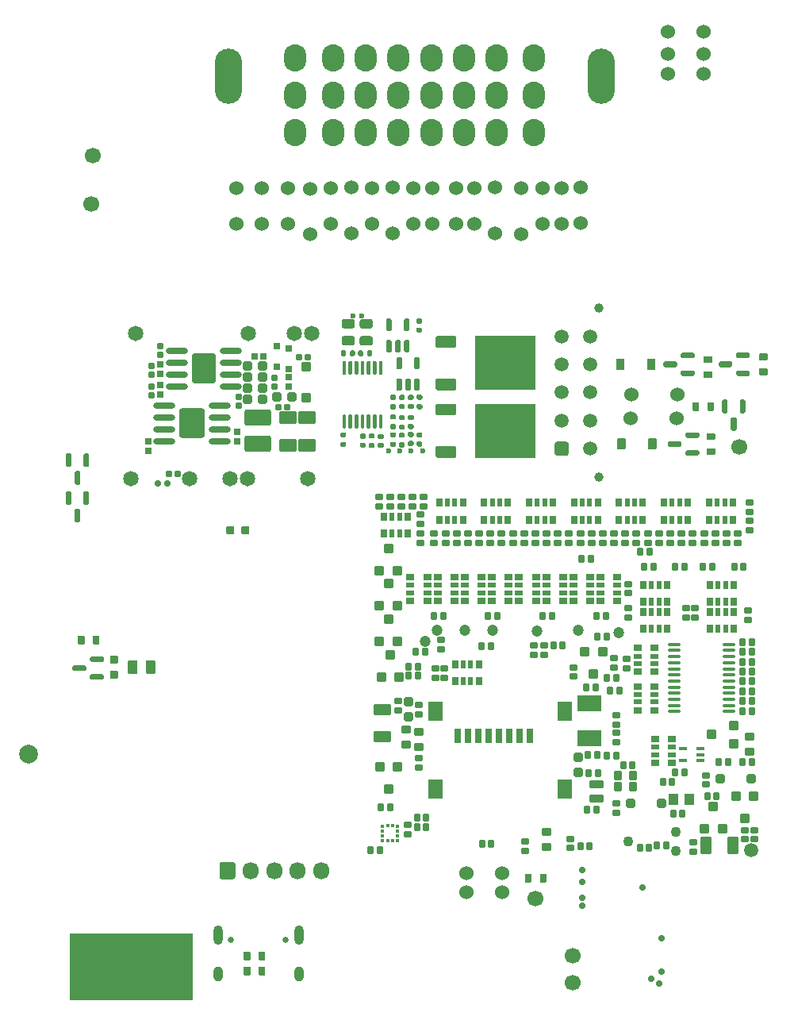
<source format=gbs>
G75*
G70*
%OFA0B0*%
%FSLAX25Y25*%
%IPPOS*%
%LPD*%
%AMOC8*
5,1,8,0,0,1.08239X$1,22.5*
%
%AMM184*
21,1,0.041340,0.026770,0.000000,-0.000000,270.000000*
21,1,0.029130,0.038980,0.000000,-0.000000,270.000000*
1,1,0.012210,-0.013390,-0.014570*
1,1,0.012210,-0.013390,0.014570*
1,1,0.012210,0.013390,0.014570*
1,1,0.012210,0.013390,-0.014570*
%
%AMM186*
21,1,0.076380,0.036220,0.000000,-0.000000,0.000000*
21,1,0.061810,0.050790,0.000000,-0.000000,0.000000*
1,1,0.014570,0.030910,-0.018110*
1,1,0.014570,-0.030910,-0.018110*
1,1,0.014570,-0.030910,0.018110*
1,1,0.014570,0.030910,0.018110*
%
%AMM189*
21,1,0.029130,0.018900,0.000000,-0.000000,0.000000*
21,1,0.018900,0.029130,0.000000,-0.000000,0.000000*
1,1,0.010240,0.009450,-0.009450*
1,1,0.010240,-0.009450,-0.009450*
1,1,0.010240,-0.009450,0.009450*
1,1,0.010240,0.009450,0.009450*
%
%AMM190*
21,1,0.025200,0.019680,0.000000,-0.000000,270.000000*
21,1,0.015750,0.029130,0.000000,-0.000000,270.000000*
1,1,0.009450,-0.009840,-0.007870*
1,1,0.009450,-0.009840,0.007870*
1,1,0.009450,0.009840,0.007870*
1,1,0.009450,0.009840,-0.007870*
%
%AMM191*
21,1,0.025200,0.019680,0.000000,-0.000000,180.000000*
21,1,0.015750,0.029130,0.000000,-0.000000,180.000000*
1,1,0.009450,-0.007870,0.009840*
1,1,0.009450,0.007870,0.009840*
1,1,0.009450,0.007870,-0.009840*
1,1,0.009450,-0.007870,-0.009840*
%
%AMM197*
21,1,0.111810,0.050390,0.000000,-0.000000,0.000000*
21,1,0.093700,0.068500,0.000000,-0.000000,0.000000*
1,1,0.018110,0.046850,-0.025200*
1,1,0.018110,-0.046850,-0.025200*
1,1,0.018110,-0.046850,0.025200*
1,1,0.018110,0.046850,0.025200*
%
%AMM198*
21,1,0.038980,0.026770,0.000000,-0.000000,180.000000*
21,1,0.026770,0.038980,0.000000,-0.000000,180.000000*
1,1,0.012210,-0.013390,0.013390*
1,1,0.012210,0.013390,0.013390*
1,1,0.012210,0.013390,-0.013390*
1,1,0.012210,-0.013390,-0.013390*
%
%AMM199*
21,1,0.029130,0.018900,0.000000,-0.000000,90.000000*
21,1,0.018900,0.029130,0.000000,-0.000000,90.000000*
1,1,0.010240,0.009450,0.009450*
1,1,0.010240,0.009450,-0.009450*
1,1,0.010240,-0.009450,-0.009450*
1,1,0.010240,-0.009450,0.009450*
%
%AMM200*
21,1,0.127560,0.075590,0.000000,-0.000000,90.000000*
21,1,0.103150,0.100000,0.000000,-0.000000,90.000000*
1,1,0.024410,0.037800,0.051580*
1,1,0.024410,0.037800,-0.051580*
1,1,0.024410,-0.037800,-0.051580*
1,1,0.024410,-0.037800,0.051580*
%
%AMM201*
21,1,0.123620,0.083460,0.000000,-0.000000,270.000000*
21,1,0.097240,0.109840,0.000000,-0.000000,270.000000*
1,1,0.026380,-0.041730,-0.048620*
1,1,0.026380,-0.041730,0.048620*
1,1,0.026380,0.041730,0.048620*
1,1,0.026380,0.041730,-0.048620*
%
%AMM269*
21,1,0.039370,0.030320,-0.000000,-0.000000,270.000000*
21,1,0.028350,0.041340,-0.000000,-0.000000,270.000000*
1,1,0.011020,-0.015160,-0.014170*
1,1,0.011020,-0.015160,0.014170*
1,1,0.011020,0.015160,0.014170*
1,1,0.011020,0.015160,-0.014170*
%
%AMM275*
21,1,0.031500,0.018900,-0.000000,-0.000000,0.000000*
21,1,0.022840,0.027560,-0.000000,-0.000000,0.000000*
1,1,0.008660,0.011420,-0.009450*
1,1,0.008660,-0.011420,-0.009450*
1,1,0.008660,-0.011420,0.009450*
1,1,0.008660,0.011420,0.009450*
%
%AMM278*
21,1,0.029530,0.026380,-0.000000,-0.000000,270.000000*
21,1,0.020470,0.035430,-0.000000,-0.000000,270.000000*
1,1,0.009060,-0.013190,-0.010240*
1,1,0.009060,-0.013190,0.010240*
1,1,0.009060,0.013190,0.010240*
1,1,0.009060,0.013190,-0.010240*
%
%AMM279*
21,1,0.021650,0.027950,-0.000000,-0.000000,270.000000*
21,1,0.014170,0.035430,-0.000000,-0.000000,270.000000*
1,1,0.007480,-0.013980,-0.007090*
1,1,0.007480,-0.013980,0.007090*
1,1,0.007480,0.013980,0.007090*
1,1,0.007480,0.013980,-0.007090*
%
%AMM281*
21,1,0.016540,0.028980,-0.000000,-0.000000,270.000000*
21,1,0.010080,0.035430,-0.000000,-0.000000,270.000000*
1,1,0.006460,-0.014490,-0.005040*
1,1,0.006460,-0.014490,0.005040*
1,1,0.006460,0.014490,0.005040*
1,1,0.006460,0.014490,-0.005040*
%
%AMM284*
21,1,0.031500,0.018900,-0.000000,-0.000000,270.000000*
21,1,0.022840,0.027560,-0.000000,-0.000000,270.000000*
1,1,0.008660,-0.009450,-0.011420*
1,1,0.008660,-0.009450,0.011420*
1,1,0.008660,0.009450,0.011420*
1,1,0.008660,0.009450,-0.011420*
%
%AMM294*
21,1,0.039370,0.030320,-0.000000,-0.000000,0.000000*
21,1,0.028350,0.041340,-0.000000,-0.000000,0.000000*
1,1,0.011020,0.014170,-0.015160*
1,1,0.011020,-0.014170,-0.015160*
1,1,0.011020,-0.014170,0.015160*
1,1,0.011020,0.014170,0.015160*
%
%AMM295*
21,1,0.039760,0.026770,-0.000000,-0.000000,180.000000*
21,1,0.029130,0.037400,-0.000000,-0.000000,180.000000*
1,1,0.010630,-0.014570,0.013390*
1,1,0.010630,0.014570,0.013390*
1,1,0.010630,0.014570,-0.013390*
1,1,0.010630,-0.014570,-0.013390*
%
%AMM296*
21,1,0.074800,0.036220,-0.000000,-0.000000,180.000000*
21,1,0.061810,0.049210,-0.000000,-0.000000,180.000000*
1,1,0.012990,-0.030910,0.018110*
1,1,0.012990,0.030910,0.018110*
1,1,0.012990,0.030910,-0.018110*
1,1,0.012990,-0.030910,-0.018110*
%
%AMM297*
21,1,0.062990,0.020470,-0.000000,-0.000000,270.000000*
21,1,0.053940,0.029530,-0.000000,-0.000000,270.000000*
1,1,0.009060,-0.010240,-0.026970*
1,1,0.009060,-0.010240,0.026970*
1,1,0.009060,0.010240,0.026970*
1,1,0.009060,0.010240,-0.026970*
%
%AMM298*
21,1,0.082680,0.045670,-0.000000,-0.000000,270.000000*
21,1,0.067320,0.061020,-0.000000,-0.000000,270.000000*
1,1,0.015350,-0.022840,-0.033660*
1,1,0.015350,-0.022840,0.033660*
1,1,0.015350,0.022840,0.033660*
1,1,0.015350,0.022840,-0.033660*
%
%AMM299*
21,1,0.029530,0.026380,-0.000000,-0.000000,180.000000*
21,1,0.020470,0.035430,-0.000000,-0.000000,180.000000*
1,1,0.009060,-0.010240,0.013190*
1,1,0.009060,0.010240,0.013190*
1,1,0.009060,0.010240,-0.013190*
1,1,0.009060,-0.010240,-0.013190*
%
%AMM300*
21,1,0.021650,0.027950,-0.000000,-0.000000,180.000000*
21,1,0.014170,0.035430,-0.000000,-0.000000,180.000000*
1,1,0.007480,-0.007090,0.013980*
1,1,0.007480,0.007090,0.013980*
1,1,0.007480,0.007090,-0.013980*
1,1,0.007480,-0.007090,-0.013980*
%
%AMM301*
21,1,0.031500,0.030710,-0.000000,-0.000000,270.000000*
21,1,0.022050,0.040160,-0.000000,-0.000000,270.000000*
1,1,0.009450,-0.015350,-0.011020*
1,1,0.009450,-0.015350,0.011020*
1,1,0.009450,0.015350,0.011020*
1,1,0.009450,0.015350,-0.011020*
%
%AMM302*
21,1,0.031500,0.049610,-0.000000,-0.000000,90.000000*
21,1,0.022050,0.059060,-0.000000,-0.000000,90.000000*
1,1,0.009450,0.024800,0.011020*
1,1,0.009450,0.024800,-0.011020*
1,1,0.009450,-0.024800,-0.011020*
1,1,0.009450,-0.024800,0.011020*
%
%AMM303*
21,1,0.031500,0.030710,-0.000000,-0.000000,180.000000*
21,1,0.022050,0.040160,-0.000000,-0.000000,180.000000*
1,1,0.009450,-0.011020,0.015350*
1,1,0.009450,0.011020,0.015350*
1,1,0.009450,0.011020,-0.015350*
1,1,0.009450,-0.011020,-0.015350*
%
%AMM304*
21,1,0.074800,0.036220,-0.000000,-0.000000,270.000000*
21,1,0.061810,0.049210,-0.000000,-0.000000,270.000000*
1,1,0.012990,-0.018110,-0.030910*
1,1,0.012990,-0.018110,0.030910*
1,1,0.012990,0.018110,0.030910*
1,1,0.012990,0.018110,-0.030910*
%
%AMM305*
21,1,0.037400,0.026770,-0.000000,-0.000000,90.000000*
21,1,0.026770,0.037400,-0.000000,-0.000000,90.000000*
1,1,0.010630,0.013390,0.013390*
1,1,0.010630,0.013390,-0.013390*
1,1,0.010630,-0.013390,-0.013390*
1,1,0.010630,-0.013390,0.013390*
%
%ADD10C,0.06000*%
%ADD11O,0.06693X0.07283*%
%ADD124C,0.02913*%
%ADD125C,0.06457*%
%ADD13O,0.03937X0.08268*%
%ADD14O,0.03937X0.06299*%
%ADD15C,0.06693*%
%ADD16C,0.05906*%
%ADD191C,0.04294*%
%ADD192C,0.04724*%
%ADD212R,0.04331X0.04724*%
%ADD216R,0.09843X0.07087*%
%ADD224O,0.05354X0.01378*%
%ADD225R,0.01378X0.01772*%
%ADD226R,0.01772X0.01378*%
%ADD23C,0.02362*%
%ADD290O,0.09213X0.02520*%
%ADD347M184*%
%ADD349M186*%
%ADD352M189*%
%ADD353M190*%
%ADD354M191*%
%ADD360M197*%
%ADD361M198*%
%ADD362M199*%
%ADD363M200*%
%ADD364M201*%
%ADD40C,0.07874*%
%ADD452M269*%
%ADD458M275*%
%ADD461M278*%
%ADD462M279*%
%ADD464M281*%
%ADD467M284*%
%ADD477M294*%
%ADD478M295*%
%ADD479M296*%
%ADD480M297*%
%ADD481M298*%
%ADD482M299*%
%ADD483M300*%
%ADD484M301*%
%ADD485M302*%
%ADD486M303*%
%ADD487M304*%
%ADD488M305*%
%ADD61C,0.03937*%
%ADD69C,0.00472*%
%ADD70C,0.02559*%
%ADD71O,0.11417X0.23228*%
%ADD72O,0.09449X0.11417*%
%ADD82R,0.25197X0.22835*%
X0000000Y0000000D02*
%LPD*%
G01*
D69*
X0077559Y0000787D02*
X0026378Y0000787D01*
X0026378Y0028346D01*
X0077559Y0028346D01*
X0077559Y0000787D01*
G36*
X0077559Y0000787D02*
G01*
X0026378Y0000787D01*
X0026378Y0028346D01*
X0077559Y0028346D01*
X0077559Y0000787D01*
G37*
D10*
X0196206Y0326364D03*
X0196206Y0341364D03*
X0188514Y0326449D03*
X0188514Y0341449D03*
X0262008Y0244488D03*
X0281299Y0244488D03*
X0144488Y0341535D03*
X0144488Y0322244D03*
G36*
G01*
X0089173Y0052067D02*
X0089173Y0057382D01*
G75*
G02*
X0090157Y0058366I0000984J0000000D01*
G01*
X0094882Y0058366D01*
G75*
G02*
X0095866Y0057382I0000000J-000984D01*
G01*
X0095866Y0052067D01*
G75*
G02*
X0094882Y0051083I-000984J0000000D01*
G01*
X0090157Y0051083D01*
G75*
G02*
X0089173Y0052067I0000000J0000984D01*
G01*
G37*
D11*
X0102362Y0054724D03*
X0112205Y0054724D03*
X0122047Y0054724D03*
X0131890Y0054724D03*
D70*
X0094134Y0025669D03*
X0116890Y0025669D03*
D13*
X0088504Y0027638D03*
D14*
X0088504Y0011181D03*
D13*
X0122520Y0027638D03*
D14*
X0122520Y0011181D03*
D15*
X0307480Y0232677D03*
D10*
X0096457Y0326358D03*
X0096457Y0341358D03*
X0292539Y0407087D03*
X0277539Y0407087D03*
D61*
X0248524Y0220079D03*
X0248524Y0290945D03*
G36*
G01*
X0234980Y0228937D02*
X0231043Y0228937D01*
G75*
G02*
X0230059Y0229921I0000000J0000984D01*
G01*
X0230059Y0233858D01*
G75*
G02*
X0231043Y0234843I0000984J0000000D01*
G01*
X0234980Y0234843D01*
G75*
G02*
X0235965Y0233858I0000000J-000984D01*
G01*
X0235965Y0229921D01*
G75*
G02*
X0234980Y0228937I-000984J0000000D01*
G01*
G37*
D16*
X0233012Y0243701D03*
X0233012Y0255512D03*
X0233012Y0267323D03*
X0233012Y0279134D03*
X0244823Y0231890D03*
X0244823Y0243701D03*
X0244823Y0255512D03*
X0244823Y0267323D03*
X0244823Y0279134D03*
D10*
X0153150Y0326358D03*
X0153150Y0341358D03*
D23*
X0273927Y0007192D03*
X0270482Y0009259D03*
X0275108Y0012211D03*
X0274813Y0026188D03*
D10*
X0262205Y0254724D03*
X0281496Y0254724D03*
X0178740Y0326358D03*
X0178740Y0341358D03*
D15*
X0237795Y0007480D03*
D16*
X0126280Y0219193D03*
X0101083Y0219193D03*
X0093602Y0219193D03*
X0076673Y0219193D03*
D23*
X0067224Y0217421D03*
X0063287Y0217421D03*
D16*
X0052067Y0219193D03*
X0128051Y0280217D03*
X0120768Y0280217D03*
X0101280Y0280217D03*
X0053839Y0280217D03*
D15*
X0222047Y0042913D03*
D23*
X0165059Y0231004D03*
X0160335Y0231004D03*
X0169783Y0231004D03*
X0174508Y0231004D03*
X0149075Y0287795D03*
X0145138Y0287795D03*
D10*
X0170472Y0326358D03*
X0170472Y0341358D03*
X0118110Y0326358D03*
X0118110Y0341358D03*
X0215929Y0341339D03*
X0215929Y0322047D03*
X0277539Y0389370D03*
X0292539Y0389370D03*
X0161811Y0341535D03*
X0161811Y0322244D03*
D23*
X0266903Y0047766D03*
X0241608Y0054970D03*
X0241608Y0049951D03*
X0241608Y0043455D03*
X0241608Y0039911D03*
D10*
X0207894Y0045669D03*
X0192894Y0045669D03*
X0207894Y0053543D03*
X0192894Y0053543D03*
X0224929Y0326358D03*
X0224929Y0341358D03*
X0232929Y0326358D03*
X0232929Y0341358D03*
X0292539Y0397638D03*
X0277539Y0397638D03*
X0240929Y0326547D03*
X0240929Y0341547D03*
D71*
X0092913Y0388185D03*
X0249606Y0388185D03*
D72*
X0121063Y0364563D03*
X0136811Y0364563D03*
X0150591Y0364563D03*
X0164370Y0364563D03*
X0178150Y0364563D03*
X0191929Y0364563D03*
X0205709Y0364563D03*
X0221457Y0364563D03*
X0121063Y0380311D03*
X0136811Y0380311D03*
X0150591Y0380311D03*
X0164370Y0380311D03*
X0178150Y0380311D03*
X0191929Y0380311D03*
X0205709Y0380311D03*
X0221457Y0380311D03*
X0121063Y0396059D03*
X0136811Y0396059D03*
X0150591Y0396059D03*
X0164370Y0396059D03*
X0178150Y0396059D03*
X0191929Y0396059D03*
X0205709Y0396059D03*
X0221457Y0396059D03*
D10*
X0107087Y0326358D03*
X0107087Y0341358D03*
X0135827Y0326358D03*
X0135827Y0341358D03*
D15*
X0237795Y0018898D03*
D10*
X0127165Y0341142D03*
X0127165Y0321850D03*
X0204929Y0341535D03*
X0204929Y0322244D03*
G36*
G01*
X0217520Y0050039D02*
X0217520Y0053110D01*
G75*
G02*
X0217795Y0053386I0000276J0000000D01*
G01*
X0220000Y0053386D01*
G75*
G02*
X0220276Y0053110I0000000J-000276D01*
G01*
X0220276Y0050039D01*
G75*
G02*
X0220000Y0049764I-000276J0000000D01*
G01*
X0217795Y0049764D01*
G75*
G02*
X0217520Y0050039I0000000J0000276D01*
G01*
G37*
G36*
G01*
X0223819Y0050039D02*
X0223819Y0053110D01*
G75*
G02*
X0224094Y0053386I0000276J0000000D01*
G01*
X0226299Y0053386D01*
G75*
G02*
X0226575Y0053110I0000000J-000276D01*
G01*
X0226575Y0050039D01*
G75*
G02*
X0226299Y0049764I-000276J0000000D01*
G01*
X0224094Y0049764D01*
G75*
G02*
X0223819Y0050039I0000000J0000276D01*
G01*
G37*
G36*
G01*
X0099409Y0011063D02*
X0099409Y0014134D01*
G75*
G02*
X0099685Y0014409I0000276J0000000D01*
G01*
X0101890Y0014409D01*
G75*
G02*
X0102165Y0014134I0000000J-000276D01*
G01*
X0102165Y0011063D01*
G75*
G02*
X0101890Y0010787I-000276J0000000D01*
G01*
X0099685Y0010787D01*
G75*
G02*
X0099409Y0011063I0000000J0000276D01*
G01*
G37*
G36*
G01*
X0105709Y0011063D02*
X0105709Y0014134D01*
G75*
G02*
X0105984Y0014409I0000276J0000000D01*
G01*
X0108189Y0014409D01*
G75*
G02*
X0108465Y0014134I0000000J-000276D01*
G01*
X0108465Y0011063D01*
G75*
G02*
X0108189Y0010787I-000276J0000000D01*
G01*
X0105984Y0010787D01*
G75*
G02*
X0105709Y0011063I0000000J0000276D01*
G01*
G37*
G36*
G01*
X0050787Y0137697D02*
X0050787Y0142618D01*
G75*
G02*
X0051181Y0143012I0000394J0000000D01*
G01*
X0054331Y0143012D01*
G75*
G02*
X0054724Y0142618I0000000J-000394D01*
G01*
X0054724Y0137697D01*
G75*
G02*
X0054331Y0137303I-000394J0000000D01*
G01*
X0051181Y0137303D01*
G75*
G02*
X0050787Y0137697I0000000J0000394D01*
G01*
G37*
G36*
G01*
X0058268Y0137697D02*
X0058268Y0142618D01*
G75*
G02*
X0058662Y0143012I0000394J0000000D01*
G01*
X0061811Y0143012D01*
G75*
G02*
X0062205Y0142618I0000000J-000394D01*
G01*
X0062205Y0137697D01*
G75*
G02*
X0061811Y0137303I-000394J0000000D01*
G01*
X0058662Y0137303D01*
G75*
G02*
X0058268Y0137697I0000000J0000394D01*
G01*
G37*
D15*
X0035433Y0334646D03*
G36*
G01*
X0256299Y0231850D02*
X0256299Y0235866D01*
G75*
G02*
X0256654Y0236220I0000354J0000000D01*
G01*
X0259488Y0236220D01*
G75*
G02*
X0259843Y0235866I0000000J-000354D01*
G01*
X0259843Y0231850D01*
G75*
G02*
X0259488Y0231496I-000354J0000000D01*
G01*
X0256654Y0231496D01*
G75*
G02*
X0256299Y0231850I0000000J0000354D01*
G01*
G37*
G36*
G01*
X0269291Y0231850D02*
X0269291Y0235866D01*
G75*
G02*
X0269646Y0236220I0000354J0000000D01*
G01*
X0272480Y0236220D01*
G75*
G02*
X0272835Y0235866I0000000J-000354D01*
G01*
X0272835Y0231850D01*
G75*
G02*
X0272480Y0231496I-000354J0000000D01*
G01*
X0269646Y0231496D01*
G75*
G02*
X0269291Y0231850I0000000J0000354D01*
G01*
G37*
G36*
G01*
X0025197Y0214075D02*
X0026378Y0214075D01*
G75*
G02*
X0026969Y0213484I0000000J-000591D01*
G01*
X0026969Y0208858D01*
G75*
G02*
X0026378Y0208268I-000591J0000000D01*
G01*
X0025197Y0208268D01*
G75*
G02*
X0024606Y0208858I0000000J0000591D01*
G01*
X0024606Y0213484D01*
G75*
G02*
X0025197Y0214075I0000591J0000000D01*
G01*
G37*
G36*
G01*
X0032677Y0214075D02*
X0033858Y0214075D01*
G75*
G02*
X0034449Y0213484I0000000J-000591D01*
G01*
X0034449Y0208858D01*
G75*
G02*
X0033858Y0208268I-000591J0000000D01*
G01*
X0032677Y0208268D01*
G75*
G02*
X0032087Y0208858I0000000J0000591D01*
G01*
X0032087Y0213484D01*
G75*
G02*
X0032677Y0214075I0000591J0000000D01*
G01*
G37*
G36*
G01*
X0028937Y0206693D02*
X0030118Y0206693D01*
G75*
G02*
X0030709Y0206102I0000000J-000591D01*
G01*
X0030709Y0201476D01*
G75*
G02*
X0030118Y0200886I-000591J0000000D01*
G01*
X0028937Y0200886D01*
G75*
G02*
X0028346Y0201476I0000000J0000591D01*
G01*
X0028346Y0206102D01*
G75*
G02*
X0028937Y0206693I0000591J0000000D01*
G01*
G37*
G36*
G01*
X0292953Y0270669D02*
X0296024Y0270669D01*
G75*
G02*
X0296299Y0270394I0000000J-000276D01*
G01*
X0296299Y0268189D01*
G75*
G02*
X0296024Y0267913I-000276J0000000D01*
G01*
X0292953Y0267913D01*
G75*
G02*
X0292677Y0268189I0000000J0000276D01*
G01*
X0292677Y0270394D01*
G75*
G02*
X0292953Y0270669I0000276J0000000D01*
G01*
G37*
G36*
G01*
X0292953Y0264370D02*
X0296024Y0264370D01*
G75*
G02*
X0296299Y0264094I0000000J-000276D01*
G01*
X0296299Y0261890D01*
G75*
G02*
X0296024Y0261614I-000276J0000000D01*
G01*
X0292953Y0261614D01*
G75*
G02*
X0292677Y0261890I0000000J0000276D01*
G01*
X0292677Y0264094D01*
G75*
G02*
X0292953Y0264370I0000276J0000000D01*
G01*
G37*
G36*
G01*
X0180020Y0228602D02*
X0180020Y0232382D01*
G75*
G02*
X0180492Y0232854I0000472J0000000D01*
G01*
X0188209Y0232854D01*
G75*
G02*
X0188681Y0232382I0000000J-000472D01*
G01*
X0188681Y0228602D01*
G75*
G02*
X0188209Y0228130I-000472J0000000D01*
G01*
X0180492Y0228130D01*
G75*
G02*
X0180020Y0228602I0000000J0000472D01*
G01*
G37*
D82*
X0209154Y0239469D03*
G36*
G01*
X0180020Y0246555D02*
X0180020Y0250335D01*
G75*
G02*
X0180492Y0250807I0000472J0000000D01*
G01*
X0188209Y0250807D01*
G75*
G02*
X0188681Y0250335I0000000J-000472D01*
G01*
X0188681Y0246555D01*
G75*
G02*
X0188209Y0246083I-000472J0000000D01*
G01*
X0180492Y0246083D01*
G75*
G02*
X0180020Y0246555I0000000J0000472D01*
G01*
G37*
G36*
G01*
X0029724Y0150039D02*
X0029724Y0153110D01*
G75*
G02*
X0030000Y0153386I0000276J0000000D01*
G01*
X0032205Y0153386D01*
G75*
G02*
X0032480Y0153110I0000000J-000276D01*
G01*
X0032480Y0150039D01*
G75*
G02*
X0032205Y0149764I-000276J0000000D01*
G01*
X0030000Y0149764D01*
G75*
G02*
X0029724Y0150039I0000000J0000276D01*
G01*
G37*
G36*
G01*
X0036024Y0150039D02*
X0036024Y0153110D01*
G75*
G02*
X0036299Y0153386I0000276J0000000D01*
G01*
X0038504Y0153386D01*
G75*
G02*
X0038780Y0153110I0000000J-000276D01*
G01*
X0038780Y0150039D01*
G75*
G02*
X0038504Y0149764I-000276J0000000D01*
G01*
X0036299Y0149764D01*
G75*
G02*
X0036024Y0150039I0000000J0000276D01*
G01*
G37*
G36*
G01*
X0290846Y0238189D02*
X0290846Y0237008D01*
G75*
G02*
X0290256Y0236417I-000591J0000000D01*
G01*
X0285630Y0236417D01*
G75*
G02*
X0285039Y0237008I0000000J0000591D01*
G01*
X0285039Y0238189D01*
G75*
G02*
X0285630Y0238780I0000591J0000000D01*
G01*
X0290256Y0238780D01*
G75*
G02*
X0290846Y0238189I0000000J-000591D01*
G01*
G37*
G36*
G01*
X0290846Y0230709D02*
X0290846Y0229528D01*
G75*
G02*
X0290256Y0228937I-000591J0000000D01*
G01*
X0285630Y0228937D01*
G75*
G02*
X0285039Y0229528I0000000J0000591D01*
G01*
X0285039Y0230709D01*
G75*
G02*
X0285630Y0231299I0000591J0000000D01*
G01*
X0290256Y0231299D01*
G75*
G02*
X0290846Y0230709I0000000J-000591D01*
G01*
G37*
G36*
G01*
X0283465Y0234449D02*
X0283465Y0233268D01*
G75*
G02*
X0282874Y0232677I-000591J0000000D01*
G01*
X0278248Y0232677D01*
G75*
G02*
X0277657Y0233268I0000000J0000591D01*
G01*
X0277657Y0234449D01*
G75*
G02*
X0278248Y0235039I0000591J0000000D01*
G01*
X0282874Y0235039D01*
G75*
G02*
X0283465Y0234449I0000000J-000591D01*
G01*
G37*
G36*
G01*
X0288878Y0271654D02*
X0288878Y0270472D01*
G75*
G02*
X0288287Y0269882I-000591J0000000D01*
G01*
X0283661Y0269882D01*
G75*
G02*
X0283071Y0270472I0000000J0000591D01*
G01*
X0283071Y0271654D01*
G75*
G02*
X0283661Y0272244I0000591J0000000D01*
G01*
X0288287Y0272244D01*
G75*
G02*
X0288878Y0271654I0000000J-000591D01*
G01*
G37*
G36*
G01*
X0288878Y0264173D02*
X0288878Y0262992D01*
G75*
G02*
X0288287Y0262402I-000591J0000000D01*
G01*
X0283661Y0262402D01*
G75*
G02*
X0283071Y0262992I0000000J0000591D01*
G01*
X0283071Y0264173D01*
G75*
G02*
X0283661Y0264764I0000591J0000000D01*
G01*
X0288287Y0264764D01*
G75*
G02*
X0288878Y0264173I0000000J-000591D01*
G01*
G37*
G36*
G01*
X0281496Y0267913D02*
X0281496Y0266732D01*
G75*
G02*
X0280906Y0266142I-000591J0000000D01*
G01*
X0276280Y0266142D01*
G75*
G02*
X0275689Y0266732I0000000J0000591D01*
G01*
X0275689Y0267913D01*
G75*
G02*
X0276280Y0268504I0000591J0000000D01*
G01*
X0280906Y0268504D01*
G75*
G02*
X0281496Y0267913I0000000J-000591D01*
G01*
G37*
G36*
G01*
X0025197Y0229970D02*
X0026378Y0229970D01*
G75*
G02*
X0026969Y0229380I0000000J-000591D01*
G01*
X0026969Y0224754D01*
G75*
G02*
X0026378Y0224163I-000591J0000000D01*
G01*
X0025197Y0224163D01*
G75*
G02*
X0024606Y0224754I0000000J0000591D01*
G01*
X0024606Y0229380D01*
G75*
G02*
X0025197Y0229970I0000591J0000000D01*
G01*
G37*
G36*
G01*
X0032677Y0229970D02*
X0033858Y0229970D01*
G75*
G02*
X0034449Y0229380I0000000J-000591D01*
G01*
X0034449Y0224754D01*
G75*
G02*
X0033858Y0224163I-000591J0000000D01*
G01*
X0032677Y0224163D01*
G75*
G02*
X0032087Y0224754I0000000J0000591D01*
G01*
X0032087Y0229380D01*
G75*
G02*
X0032677Y0229970I0000591J0000000D01*
G01*
G37*
G36*
G01*
X0028937Y0222589D02*
X0030118Y0222589D01*
G75*
G02*
X0030709Y0221998I0000000J-000591D01*
G01*
X0030709Y0217372D01*
G75*
G02*
X0030118Y0216781I-000591J0000000D01*
G01*
X0028937Y0216781D01*
G75*
G02*
X0028346Y0217372I0000000J0000591D01*
G01*
X0028346Y0221998D01*
G75*
G02*
X0028937Y0222589I0000591J0000000D01*
G01*
G37*
G36*
G01*
X0046220Y0135374D02*
X0043543Y0135374D01*
G75*
G02*
X0043209Y0135709I0000000J0000335D01*
G01*
X0043209Y0138386D01*
G75*
G02*
X0043543Y0138720I0000335J0000000D01*
G01*
X0046220Y0138720D01*
G75*
G02*
X0046555Y0138386I0000000J-000335D01*
G01*
X0046555Y0135709D01*
G75*
G02*
X0046220Y0135374I-000335J0000000D01*
G01*
G37*
G36*
G01*
X0046220Y0141594D02*
X0043543Y0141594D01*
G75*
G02*
X0043209Y0141929I0000000J0000335D01*
G01*
X0043209Y0144606D01*
G75*
G02*
X0043543Y0144941I0000335J0000000D01*
G01*
X0046220Y0144941D01*
G75*
G02*
X0046555Y0144606I0000000J-000335D01*
G01*
X0046555Y0141929D01*
G75*
G02*
X0046220Y0141594I-000335J0000000D01*
G01*
G37*
D15*
X0035827Y0355118D03*
G36*
G01*
X0300984Y0252510D02*
X0302165Y0252510D01*
G75*
G02*
X0302756Y0251919I0000000J-000591D01*
G01*
X0302756Y0247293D01*
G75*
G02*
X0302165Y0246703I-000591J0000000D01*
G01*
X0300984Y0246703D01*
G75*
G02*
X0300394Y0247293I0000000J0000591D01*
G01*
X0300394Y0251919D01*
G75*
G02*
X0300984Y0252510I0000591J0000000D01*
G01*
G37*
G36*
G01*
X0304724Y0245128D02*
X0305906Y0245128D01*
G75*
G02*
X0306496Y0244537I0000000J-000591D01*
G01*
X0306496Y0239911D01*
G75*
G02*
X0305906Y0239321I-000591J0000000D01*
G01*
X0304724Y0239321D01*
G75*
G02*
X0304134Y0239911I0000000J0000591D01*
G01*
X0304134Y0244537D01*
G75*
G02*
X0304724Y0245128I0000591J0000000D01*
G01*
G37*
G36*
G01*
X0308465Y0252510D02*
X0309646Y0252510D01*
G75*
G02*
X0310236Y0251919I0000000J-000591D01*
G01*
X0310236Y0247293D01*
G75*
G02*
X0309646Y0246703I-000591J0000000D01*
G01*
X0308465Y0246703D01*
G75*
G02*
X0307874Y0247293I0000000J0000591D01*
G01*
X0307874Y0251919D01*
G75*
G02*
X0308465Y0252510I0000591J0000000D01*
G01*
G37*
G36*
G01*
X0040600Y0144094D02*
X0040600Y0142913D01*
G75*
G02*
X0040010Y0142323I-000591J0000000D01*
G01*
X0035384Y0142323D01*
G75*
G02*
X0034793Y0142913I0000000J0000591D01*
G01*
X0034793Y0144094D01*
G75*
G02*
X0035384Y0144685I0000591J0000000D01*
G01*
X0040010Y0144685D01*
G75*
G02*
X0040600Y0144094I0000000J-000591D01*
G01*
G37*
G36*
G01*
X0033219Y0140354D02*
X0033219Y0139173D01*
G75*
G02*
X0032628Y0138583I-000591J0000000D01*
G01*
X0028002Y0138583D01*
G75*
G02*
X0027411Y0139173I0000000J0000591D01*
G01*
X0027411Y0140354D01*
G75*
G02*
X0028002Y0140945I0000591J0000000D01*
G01*
X0032628Y0140945D01*
G75*
G02*
X0033219Y0140354I0000000J-000591D01*
G01*
G37*
G36*
G01*
X0040600Y0136614D02*
X0040600Y0135433D01*
G75*
G02*
X0040010Y0134843I-000591J0000000D01*
G01*
X0035384Y0134843D01*
G75*
G02*
X0034793Y0135433I0000000J0000591D01*
G01*
X0034793Y0136614D01*
G75*
G02*
X0035384Y0137205I0000591J0000000D01*
G01*
X0040010Y0137205D01*
G75*
G02*
X0040600Y0136614I0000000J-000591D01*
G01*
G37*
G36*
G01*
X0316181Y0271850D02*
X0319252Y0271850D01*
G75*
G02*
X0319528Y0271575I0000000J-000276D01*
G01*
X0319528Y0269370D01*
G75*
G02*
X0319252Y0269094I-000276J0000000D01*
G01*
X0316181Y0269094D01*
G75*
G02*
X0315906Y0269370I0000000J0000276D01*
G01*
X0315906Y0271575D01*
G75*
G02*
X0316181Y0271850I0000276J0000000D01*
G01*
G37*
G36*
G01*
X0316181Y0265551D02*
X0319252Y0265551D01*
G75*
G02*
X0319528Y0265276I0000000J-000276D01*
G01*
X0319528Y0263071D01*
G75*
G02*
X0319252Y0262795I-000276J0000000D01*
G01*
X0316181Y0262795D01*
G75*
G02*
X0315906Y0263071I0000000J0000276D01*
G01*
X0315906Y0265276D01*
G75*
G02*
X0316181Y0265551I0000276J0000000D01*
G01*
G37*
G36*
G01*
X0255906Y0265315D02*
X0255906Y0269331D01*
G75*
G02*
X0256260Y0269685I0000354J0000000D01*
G01*
X0259094Y0269685D01*
G75*
G02*
X0259449Y0269331I0000000J-000354D01*
G01*
X0259449Y0265315D01*
G75*
G02*
X0259094Y0264961I-000354J0000000D01*
G01*
X0256260Y0264961D01*
G75*
G02*
X0255906Y0265315I0000000J0000354D01*
G01*
G37*
G36*
G01*
X0268898Y0265315D02*
X0268898Y0269331D01*
G75*
G02*
X0269252Y0269685I0000354J0000000D01*
G01*
X0272087Y0269685D01*
G75*
G02*
X0272441Y0269331I0000000J-000354D01*
G01*
X0272441Y0265315D01*
G75*
G02*
X0272087Y0264961I-000354J0000000D01*
G01*
X0269252Y0264961D01*
G75*
G02*
X0268898Y0265315I0000000J0000354D01*
G01*
G37*
D40*
X0008858Y0103543D03*
G36*
G01*
X0312106Y0271654D02*
X0312106Y0270472D01*
G75*
G02*
X0311516Y0269882I-000591J0000000D01*
G01*
X0306890Y0269882D01*
G75*
G02*
X0306299Y0270472I0000000J0000591D01*
G01*
X0306299Y0271654D01*
G75*
G02*
X0306890Y0272244I0000591J0000000D01*
G01*
X0311516Y0272244D01*
G75*
G02*
X0312106Y0271654I0000000J-000591D01*
G01*
G37*
G36*
G01*
X0304724Y0267913D02*
X0304724Y0266732D01*
G75*
G02*
X0304134Y0266142I-000591J0000000D01*
G01*
X0299508Y0266142D01*
G75*
G02*
X0298917Y0266732I0000000J0000591D01*
G01*
X0298917Y0267913D01*
G75*
G02*
X0299508Y0268504I0000591J0000000D01*
G01*
X0304134Y0268504D01*
G75*
G02*
X0304724Y0267913I0000000J-000591D01*
G01*
G37*
G36*
G01*
X0312106Y0264173D02*
X0312106Y0262992D01*
G75*
G02*
X0311516Y0262402I-000591J0000000D01*
G01*
X0306890Y0262402D01*
G75*
G02*
X0306299Y0262992I0000000J0000591D01*
G01*
X0306299Y0264173D01*
G75*
G02*
X0306890Y0264764I0000591J0000000D01*
G01*
X0311516Y0264764D01*
G75*
G02*
X0312106Y0264173I0000000J-000591D01*
G01*
G37*
G36*
G01*
X0297047Y0251142D02*
X0297047Y0248071D01*
G75*
G02*
X0296772Y0247795I-000276J0000000D01*
G01*
X0294567Y0247795D01*
G75*
G02*
X0294291Y0248071I0000000J0000276D01*
G01*
X0294291Y0251142D01*
G75*
G02*
X0294567Y0251417I0000276J0000000D01*
G01*
X0296772Y0251417D01*
G75*
G02*
X0297047Y0251142I0000000J-000276D01*
G01*
G37*
G36*
G01*
X0290748Y0251142D02*
X0290748Y0248071D01*
G75*
G02*
X0290472Y0247795I-000276J0000000D01*
G01*
X0288268Y0247795D01*
G75*
G02*
X0287992Y0248071I0000000J0000276D01*
G01*
X0287992Y0251142D01*
G75*
G02*
X0288268Y0251417I0000276J0000000D01*
G01*
X0290472Y0251417D01*
G75*
G02*
X0290748Y0251142I0000000J-000276D01*
G01*
G37*
G36*
G01*
X0108465Y0020433D02*
X0108465Y0017362D01*
G75*
G02*
X0108189Y0017087I-000276J0000000D01*
G01*
X0105984Y0017087D01*
G75*
G02*
X0105709Y0017362I0000000J0000276D01*
G01*
X0105709Y0020433D01*
G75*
G02*
X0105984Y0020709I0000276J0000000D01*
G01*
X0108189Y0020709D01*
G75*
G02*
X0108465Y0020433I0000000J-000276D01*
G01*
G37*
G36*
G01*
X0102165Y0020433D02*
X0102165Y0017362D01*
G75*
G02*
X0101890Y0017087I-000276J0000000D01*
G01*
X0099685Y0017087D01*
G75*
G02*
X0099409Y0017362I0000000J0000276D01*
G01*
X0099409Y0020433D01*
G75*
G02*
X0099685Y0020709I0000276J0000000D01*
G01*
X0101890Y0020709D01*
G75*
G02*
X0102165Y0020433I0000000J-000276D01*
G01*
G37*
G36*
G01*
X0092106Y0196299D02*
X0092106Y0198976D01*
G75*
G02*
X0092441Y0199311I0000335J0000000D01*
G01*
X0095118Y0199311D01*
G75*
G02*
X0095453Y0198976I0000000J-000335D01*
G01*
X0095453Y0196299D01*
G75*
G02*
X0095118Y0195965I-000335J0000000D01*
G01*
X0092441Y0195965D01*
G75*
G02*
X0092106Y0196299I0000000J0000335D01*
G01*
G37*
G36*
G01*
X0098327Y0196299D02*
X0098327Y0198976D01*
G75*
G02*
X0098661Y0199311I0000335J0000000D01*
G01*
X0101339Y0199311D01*
G75*
G02*
X0101673Y0198976I0000000J-000335D01*
G01*
X0101673Y0196299D01*
G75*
G02*
X0101339Y0195965I-000335J0000000D01*
G01*
X0098661Y0195965D01*
G75*
G02*
X0098327Y0196299I0000000J0000335D01*
G01*
G37*
G36*
G01*
X0294134Y0238386D02*
X0297205Y0238386D01*
G75*
G02*
X0297480Y0238110I0000000J-000276D01*
G01*
X0297480Y0235906D01*
G75*
G02*
X0297205Y0235630I-000276J0000000D01*
G01*
X0294134Y0235630D01*
G75*
G02*
X0293858Y0235906I0000000J0000276D01*
G01*
X0293858Y0238110D01*
G75*
G02*
X0294134Y0238386I0000276J0000000D01*
G01*
G37*
G36*
G01*
X0294134Y0232087D02*
X0297205Y0232087D01*
G75*
G02*
X0297480Y0231811I0000000J-000276D01*
G01*
X0297480Y0229606D01*
G75*
G02*
X0297205Y0229331I-000276J0000000D01*
G01*
X0294134Y0229331D01*
G75*
G02*
X0293858Y0229606I0000000J0000276D01*
G01*
X0293858Y0231811D01*
G75*
G02*
X0294134Y0232087I0000276J0000000D01*
G01*
G37*
G36*
G01*
X0180020Y0256949D02*
X0180020Y0260728D01*
G75*
G02*
X0180492Y0261201I0000472J0000000D01*
G01*
X0188209Y0261201D01*
G75*
G02*
X0188681Y0260728I0000000J-000472D01*
G01*
X0188681Y0256949D01*
G75*
G02*
X0188209Y0256476I-000472J0000000D01*
G01*
X0180492Y0256476D01*
G75*
G02*
X0180020Y0256949I0000000J0000472D01*
G01*
G37*
D82*
X0209154Y0267815D03*
G36*
G01*
X0180020Y0274902D02*
X0180020Y0278681D01*
G75*
G02*
X0180492Y0279154I0000472J0000000D01*
G01*
X0188209Y0279154D01*
G75*
G02*
X0188681Y0278681I0000000J-000472D01*
G01*
X0188681Y0274902D01*
G75*
G02*
X0188209Y0274429I-000472J0000000D01*
G01*
X0180492Y0274429D01*
G75*
G02*
X0180020Y0274902I0000000J0000472D01*
G01*
G37*
X0049114Y0283169D02*
G01*
G75*
D347*
X0125492Y0253254D02*
D03*
X0125492Y0266246D02*
D03*
D349*
X0125886Y0233394D02*
D03*
X0125886Y0244811D02*
D03*
X0117854Y0233394D02*
D03*
X0117854Y0244811D02*
D03*
D352*
X0103838Y0270767D02*
D03*
X0107775Y0270767D02*
D03*
X0118405Y0274114D02*
D03*
X0118405Y0265452D02*
D03*
X0113157Y0274901D02*
D03*
X0113157Y0266240D02*
D03*
D353*
X0060531Y0263014D02*
D03*
X0060531Y0266558D02*
D03*
X0097264Y0253623D02*
D03*
X0097264Y0250079D02*
D03*
X0112369Y0261620D02*
D03*
X0112369Y0258077D02*
D03*
X0060531Y0254396D02*
D03*
X0060531Y0257939D02*
D03*
X0064468Y0274901D02*
D03*
X0064468Y0271358D02*
D03*
D354*
X0113944Y0249416D02*
D03*
X0117488Y0249416D02*
D03*
X0126346Y0270183D02*
D03*
X0122802Y0270183D02*
D03*
X0068029Y0221419D02*
D03*
X0071573Y0221419D02*
D03*
D124*
X0067224Y0217421D02*
D03*
X0063287Y0217421D02*
D03*
D125*
X0120767Y0280216D02*
D03*
X0053838Y0280216D02*
D03*
X0101279Y0280216D02*
D03*
X0101082Y0219193D02*
D03*
X0126279Y0219193D02*
D03*
X0076673Y0219193D02*
D03*
X0093602Y0219193D02*
D03*
X0052067Y0219193D02*
D03*
X0128051Y0280216D02*
D03*
D360*
X0105413Y0233956D02*
D03*
X0105413Y0244980D02*
D03*
D361*
X0101090Y0266634D02*
D03*
X0107310Y0266634D02*
D03*
X0101090Y0252540D02*
D03*
X0107310Y0252540D02*
D03*
X0101090Y0257231D02*
D03*
X0107310Y0257231D02*
D03*
X0101090Y0261923D02*
D03*
X0107310Y0261923D02*
D03*
X0113334Y0253721D02*
D03*
X0119555Y0253721D02*
D03*
D362*
X0064468Y0263211D02*
D03*
X0064468Y0267148D02*
D03*
X0064468Y0258530D02*
D03*
X0064468Y0254593D02*
D03*
X0118405Y0261817D02*
D03*
X0118405Y0257880D02*
D03*
X0096791Y0238884D02*
D03*
X0096791Y0234947D02*
D03*
X0059350Y0231108D02*
D03*
X0059350Y0235046D02*
D03*
D290*
X0071228Y0258097D02*
D03*
X0071228Y0263097D02*
D03*
X0071228Y0268097D02*
D03*
X0071228Y0273097D02*
D03*
X0093865Y0258097D02*
D03*
X0093865Y0263097D02*
D03*
X0093865Y0268097D02*
D03*
X0093865Y0273097D02*
D03*
X0065945Y0235030D02*
D03*
X0065945Y0240030D02*
D03*
X0065945Y0245030D02*
D03*
X0065945Y0250030D02*
D03*
X0089370Y0235030D02*
D03*
X0089370Y0240030D02*
D03*
X0089370Y0245030D02*
D03*
X0089370Y0250030D02*
D03*
D363*
X0082546Y0265597D02*
D03*
D364*
X0077657Y0242530D02*
D03*
X0316831Y0216831D02*
G01*
G75*
D452*
X0305216Y0115589D02*
D03*
X0295964Y0111849D02*
D03*
D452*
X0305216Y0108108D02*
D03*
D458*
X0285138Y0164863D02*
D03*
X0285138Y0160926D02*
D03*
X0164469Y0121949D02*
D03*
X0164469Y0125886D02*
D03*
X0288189Y0062697D02*
D03*
X0288189Y0066634D02*
D03*
X0255006Y0140059D02*
D03*
X0255006Y0143996D02*
D03*
X0238101Y0140131D02*
D03*
X0238101Y0136194D02*
D03*
X0260138Y0143603D02*
D03*
X0260138Y0139666D02*
D03*
X0311332Y0160015D02*
D03*
X0311332Y0163952D02*
D03*
X0293603Y0090847D02*
D03*
X0293603Y0094784D02*
D03*
X0314075Y0071752D02*
D03*
X0314075Y0067815D02*
D03*
X0182185Y0147540D02*
D03*
X0182185Y0151477D02*
D03*
X0255807Y0082973D02*
D03*
X0255807Y0079036D02*
D03*
X0225590Y0149410D02*
D03*
X0225590Y0145473D02*
D03*
X0236615Y0068110D02*
D03*
X0236615Y0064174D02*
D03*
X0183760Y0135729D02*
D03*
X0183760Y0139666D02*
D03*
X0179823Y0135729D02*
D03*
X0179823Y0139666D02*
D03*
X0309941Y0071752D02*
D03*
X0309941Y0067815D02*
D03*
X0172933Y0120374D02*
D03*
X0172933Y0124311D02*
D03*
X0173130Y0097933D02*
D03*
X0173130Y0101870D02*
D03*
X0221260Y0149410D02*
D03*
X0221260Y0145473D02*
D03*
X0217618Y0062894D02*
D03*
X0217618Y0066831D02*
D03*
X0255807Y0112500D02*
D03*
X0255807Y0108563D02*
D03*
X0255807Y0116044D02*
D03*
X0255807Y0119981D02*
D03*
X0269193Y0192422D02*
D03*
X0269193Y0196359D02*
D03*
X0264469Y0192422D02*
D03*
X0264469Y0196359D02*
D03*
X0259744Y0192422D02*
D03*
X0259744Y0196359D02*
D03*
X0255020Y0192422D02*
D03*
X0255020Y0196359D02*
D03*
X0170374Y0211713D02*
D03*
X0170374Y0207776D02*
D03*
X0165650Y0207776D02*
D03*
X0165650Y0211713D02*
D03*
X0160926Y0211713D02*
D03*
X0160926Y0207776D02*
D03*
X0156201Y0211713D02*
D03*
X0156201Y0207776D02*
D03*
X0289075Y0164863D02*
D03*
X0289075Y0160926D02*
D03*
X0261122Y0164863D02*
D03*
X0261122Y0160926D02*
D03*
X0292815Y0192422D02*
D03*
X0292815Y0196359D02*
D03*
X0297539Y0192422D02*
D03*
X0297539Y0196359D02*
D03*
X0302264Y0192422D02*
D03*
X0302264Y0196359D02*
D03*
X0306988Y0192422D02*
D03*
X0306988Y0196359D02*
D03*
X0273917Y0192422D02*
D03*
X0273917Y0196359D02*
D03*
X0278642Y0192422D02*
D03*
X0278642Y0196359D02*
D03*
X0283366Y0192422D02*
D03*
X0283366Y0196359D02*
D03*
X0288091Y0192422D02*
D03*
X0288091Y0196359D02*
D03*
X0236122Y0192422D02*
D03*
X0236122Y0196359D02*
D03*
X0240846Y0192422D02*
D03*
X0240846Y0196359D02*
D03*
X0245571Y0192422D02*
D03*
X0245571Y0196359D02*
D03*
X0250295Y0192422D02*
D03*
X0250295Y0196359D02*
D03*
X0217224Y0196359D02*
D03*
X0217224Y0192422D02*
D03*
X0221949Y0192422D02*
D03*
X0221949Y0196359D02*
D03*
X0226673Y0192422D02*
D03*
X0226673Y0196359D02*
D03*
X0231398Y0192422D02*
D03*
X0231398Y0196359D02*
D03*
X0198327Y0192422D02*
D03*
X0198327Y0196359D02*
D03*
X0203051Y0192422D02*
D03*
X0203051Y0196359D02*
D03*
X0207776Y0192422D02*
D03*
X0207776Y0196359D02*
D03*
X0212500Y0192422D02*
D03*
X0212500Y0196359D02*
D03*
X0184154Y0192422D02*
D03*
X0184154Y0196359D02*
D03*
X0188878Y0192422D02*
D03*
X0188878Y0196359D02*
D03*
X0193603Y0192422D02*
D03*
X0193603Y0196359D02*
D03*
X0312107Y0201674D02*
D03*
X0312107Y0197737D02*
D03*
X0175098Y0207776D02*
D03*
X0175098Y0211713D02*
D03*
X0261122Y0175099D02*
D03*
X0261122Y0171162D02*
D03*
X0173524Y0196359D02*
D03*
X0173524Y0192422D02*
D03*
X0312107Y0209351D02*
D03*
X0312107Y0205414D02*
D03*
X0173524Y0200296D02*
D03*
X0173524Y0204233D02*
D03*
X0168406Y0069981D02*
D03*
X0168406Y0073918D02*
D03*
X0179429Y0192422D02*
D03*
X0179429Y0196359D02*
D03*
D461*
X0279429Y0100000D02*
D03*
X0272343Y0100000D02*
D03*
X0272343Y0110040D02*
D03*
X0279429Y0110040D02*
D03*
X0264862Y0148229D02*
D03*
X0271949Y0148229D02*
D03*
X0271949Y0138189D02*
D03*
X0264862Y0138189D02*
D03*
X0264862Y0132087D02*
D03*
X0271949Y0132087D02*
D03*
X0271949Y0122047D02*
D03*
X0264862Y0122047D02*
D03*
X0169390Y0167914D02*
D03*
X0176477Y0167914D02*
D03*
X0176477Y0177953D02*
D03*
X0169390Y0177953D02*
D03*
X0187894Y0177953D02*
D03*
X0180807Y0177953D02*
D03*
X0180807Y0167914D02*
D03*
X0187894Y0167914D02*
D03*
X0237894Y0167914D02*
D03*
X0244980Y0167914D02*
D03*
X0244980Y0177953D02*
D03*
X0237894Y0177953D02*
D03*
X0256398Y0177953D02*
D03*
X0249311Y0177953D02*
D03*
X0249311Y0167914D02*
D03*
X0256398Y0167914D02*
D03*
X0215059Y0167914D02*
D03*
X0222146Y0167914D02*
D03*
X0222146Y0177953D02*
D03*
X0215059Y0177953D02*
D03*
X0233563Y0177953D02*
D03*
X0226476Y0177953D02*
D03*
X0226476Y0167914D02*
D03*
X0233563Y0167914D02*
D03*
X0192224Y0167914D02*
D03*
X0199311Y0167914D02*
D03*
X0199311Y0177953D02*
D03*
X0192224Y0177953D02*
D03*
X0210728Y0177953D02*
D03*
X0203642Y0177953D02*
D03*
X0203642Y0167914D02*
D03*
X0210728Y0167914D02*
D03*
D462*
X0272343Y0106595D02*
D03*
X0272343Y0103445D02*
D03*
X0279429Y0103445D02*
D03*
X0279429Y0106595D02*
D03*
X0271949Y0141634D02*
D03*
X0271949Y0144784D02*
D03*
X0264862Y0144784D02*
D03*
X0264862Y0141634D02*
D03*
X0271949Y0125492D02*
D03*
X0271949Y0128642D02*
D03*
X0264862Y0128642D02*
D03*
X0264862Y0125492D02*
D03*
X0169390Y0171359D02*
D03*
X0169390Y0174508D02*
D03*
X0176477Y0174508D02*
D03*
X0176477Y0171359D02*
D03*
X0187894Y0174508D02*
D03*
X0187894Y0171359D02*
D03*
X0180807Y0171359D02*
D03*
X0180807Y0174508D02*
D03*
X0237894Y0171359D02*
D03*
X0237894Y0174508D02*
D03*
X0244980Y0174508D02*
D03*
X0244980Y0171359D02*
D03*
X0256398Y0174508D02*
D03*
X0256398Y0171359D02*
D03*
X0249311Y0171359D02*
D03*
X0249311Y0174508D02*
D03*
X0215059Y0171359D02*
D03*
X0215059Y0174508D02*
D03*
X0222146Y0174508D02*
D03*
X0222146Y0171359D02*
D03*
X0233563Y0174508D02*
D03*
X0233563Y0171359D02*
D03*
X0226476Y0171359D02*
D03*
X0226476Y0174508D02*
D03*
X0192224Y0171359D02*
D03*
X0192224Y0174508D02*
D03*
X0199311Y0174508D02*
D03*
X0199311Y0171359D02*
D03*
X0210728Y0174508D02*
D03*
X0210728Y0171359D02*
D03*
X0203642Y0171359D02*
D03*
X0203642Y0174508D02*
D03*
D464*
X0291437Y0106004D02*
D03*
X0291437Y0103445D02*
D03*
X0291437Y0100886D02*
D03*
X0283957Y0100886D02*
D03*
X0283957Y0106004D02*
D03*
D467*
X0273130Y0065453D02*
D03*
X0277067Y0065453D02*
D03*
X0156988Y0081201D02*
D03*
X0160926Y0081201D02*
D03*
X0298088Y0086022D02*
D03*
X0294151Y0086022D02*
D03*
X0275492Y0092028D02*
D03*
X0279429Y0092028D02*
D03*
X0284548Y0095965D02*
D03*
X0280611Y0095965D02*
D03*
X0175492Y0146752D02*
D03*
X0171555Y0146752D02*
D03*
X0244784Y0064862D02*
D03*
X0240847Y0064862D02*
D03*
X0176083Y0077067D02*
D03*
X0172146Y0077067D02*
D03*
X0203445Y0066044D02*
D03*
X0199508Y0066044D02*
D03*
X0247921Y0152853D02*
D03*
X0251858Y0152853D02*
D03*
X0257185Y0130217D02*
D03*
X0253248Y0130217D02*
D03*
X0247146Y0131792D02*
D03*
X0243209Y0131792D02*
D03*
X0247933Y0103445D02*
D03*
X0243996Y0103445D02*
D03*
X0152658Y0063288D02*
D03*
X0156595Y0063288D02*
D03*
X0265847Y0064272D02*
D03*
X0269784Y0064272D02*
D03*
X0283760Y0078642D02*
D03*
X0279823Y0078642D02*
D03*
X0172736Y0140453D02*
D03*
X0168799Y0140453D02*
D03*
X0172736Y0136516D02*
D03*
X0168799Y0136516D02*
D03*
X0172146Y0073130D02*
D03*
X0176083Y0073130D02*
D03*
X0199213Y0149016D02*
D03*
X0203150Y0149016D02*
D03*
X0255807Y0103052D02*
D03*
X0251870Y0103052D02*
D03*
X0255807Y0135532D02*
D03*
X0251870Y0135532D02*
D03*
X0247540Y0080217D02*
D03*
X0243603Y0080217D02*
D03*
X0248327Y0095571D02*
D03*
X0244390Y0095571D02*
D03*
X0233465Y0149410D02*
D03*
X0229528Y0149410D02*
D03*
X0262796Y0099016D02*
D03*
X0258859Y0099016D02*
D03*
X0179232Y0161713D02*
D03*
X0183169Y0161713D02*
D03*
X0247736Y0161713D02*
D03*
X0251673Y0161713D02*
D03*
X0224902Y0161713D02*
D03*
X0228839Y0161713D02*
D03*
X0202067Y0161713D02*
D03*
X0206004Y0161713D02*
D03*
X0241240Y0185729D02*
D03*
X0245177Y0185729D02*
D03*
X0296292Y0182185D02*
D03*
X0292355Y0182185D02*
D03*
X0305481Y0182185D02*
D03*
X0309418Y0182185D02*
D03*
X0271488Y0182185D02*
D03*
X0267551Y0182185D02*
D03*
X0280677Y0182185D02*
D03*
X0284614Y0182185D02*
D03*
X0308957Y0100296D02*
D03*
X0312894Y0100296D02*
D03*
X0303051Y0100296D02*
D03*
X0299114Y0100296D02*
D03*
X0266043Y0188485D02*
D03*
X0269980Y0188485D02*
D03*
X0312894Y0150689D02*
D03*
X0308957Y0150689D02*
D03*
X0312894Y0138288D02*
D03*
X0308957Y0138288D02*
D03*
X0312894Y0134154D02*
D03*
X0308957Y0134154D02*
D03*
X0312894Y0125886D02*
D03*
X0308957Y0125886D02*
D03*
X0312894Y0130020D02*
D03*
X0308957Y0130020D02*
D03*
X0312894Y0121752D02*
D03*
X0308957Y0121752D02*
D03*
X0312894Y0142421D02*
D03*
X0308957Y0142421D02*
D03*
X0312894Y0146555D02*
D03*
X0308957Y0146555D02*
D03*
D191*
X0261083Y0066890D02*
D03*
X0281083Y0070890D02*
D03*
X0281083Y0062890D02*
D03*
D192*
X0222736Y0155414D02*
D03*
X0175492Y0151083D02*
D03*
X0180610Y0155807D02*
D03*
X0192422Y0155807D02*
D03*
X0203839Y0155807D02*
D03*
X0240059Y0155807D02*
D03*
X0256989Y0154626D02*
D03*
D16*
X0312500Y0063288D02*
D03*
D477*
X0160251Y0088960D02*
D03*
X0156511Y0098212D02*
D03*
X0242680Y0146711D02*
D03*
X0246420Y0137459D02*
D03*
X0306201Y0085847D02*
D03*
X0309941Y0076595D02*
D03*
X0300492Y0072422D02*
D03*
X0296752Y0081673D02*
D03*
X0163878Y0180807D02*
D03*
X0160138Y0190059D02*
D03*
X0160138Y0175164D02*
D03*
X0163878Y0165912D02*
D03*
X0163878Y0151017D02*
D03*
X0160138Y0160269D02*
D03*
X0164665Y0136122D02*
D03*
X0160925Y0145374D02*
D03*
D477*
X0163991Y0098212D02*
D03*
X0250160Y0146711D02*
D03*
X0313681Y0085847D02*
D03*
X0293012Y0072421D02*
D03*
X0156398Y0180807D02*
D03*
X0156398Y0165912D02*
D03*
X0156398Y0151017D02*
D03*
X0157185Y0136122D02*
D03*
D478*
X0312500Y0093209D02*
D03*
X0299508Y0093209D02*
D03*
X0275099Y0082973D02*
D03*
X0262106Y0082973D02*
D03*
D212*
X0280020Y0084548D02*
D03*
X0286713Y0084548D02*
D03*
D479*
X0157776Y0122343D02*
D03*
X0157776Y0110926D02*
D03*
D480*
X0219705Y0111307D02*
D03*
X0215374Y0111307D02*
D03*
X0211043Y0111307D02*
D03*
X0206713Y0111307D02*
D03*
X0202382Y0111307D02*
D03*
X0198051Y0111307D02*
D03*
X0193720Y0111307D02*
D03*
X0189390Y0111307D02*
D03*
D481*
X0180020Y0121543D02*
D03*
X0180020Y0088866D02*
D03*
X0234153Y0088866D02*
D03*
X0234153Y0121543D02*
D03*
D216*
X0244783Y0110335D02*
D03*
X0244783Y0124902D02*
D03*
D482*
X0198228Y0134154D02*
D03*
X0198228Y0141240D02*
D03*
X0188189Y0141240D02*
D03*
X0188189Y0134154D02*
D03*
X0267126Y0209154D02*
D03*
X0267126Y0202067D02*
D03*
X0257087Y0202067D02*
D03*
X0257087Y0209154D02*
D03*
X0295276Y0174705D02*
D03*
X0295276Y0167618D02*
D03*
X0305315Y0167618D02*
D03*
X0305315Y0174705D02*
D03*
X0305315Y0156201D02*
D03*
X0305315Y0163288D02*
D03*
X0295276Y0163288D02*
D03*
X0295276Y0156201D02*
D03*
X0267323Y0174705D02*
D03*
X0267323Y0167618D02*
D03*
X0277362Y0167618D02*
D03*
X0277362Y0174705D02*
D03*
X0277362Y0156201D02*
D03*
X0277362Y0163288D02*
D03*
X0267323Y0163288D02*
D03*
X0267323Y0156201D02*
D03*
X0304921Y0209154D02*
D03*
X0304921Y0202067D02*
D03*
X0294882Y0202067D02*
D03*
X0294882Y0209154D02*
D03*
X0286024Y0209154D02*
D03*
X0286024Y0202067D02*
D03*
X0275985Y0202067D02*
D03*
X0275985Y0209154D02*
D03*
X0248229Y0209154D02*
D03*
X0248229Y0202067D02*
D03*
X0238189Y0202067D02*
D03*
X0238189Y0209154D02*
D03*
X0229331Y0209154D02*
D03*
X0229331Y0202067D02*
D03*
X0219291Y0202067D02*
D03*
X0219291Y0209154D02*
D03*
X0210433Y0209154D02*
D03*
X0210433Y0202067D02*
D03*
X0200394Y0202067D02*
D03*
X0200394Y0209154D02*
D03*
X0191536Y0209154D02*
D03*
X0191536Y0202067D02*
D03*
X0181496Y0202067D02*
D03*
X0181496Y0209154D02*
D03*
X0158268Y0203445D02*
D03*
X0158268Y0196359D02*
D03*
X0168307Y0196359D02*
D03*
X0168307Y0203445D02*
D03*
D483*
X0194784Y0134154D02*
D03*
X0191634Y0134154D02*
D03*
X0191634Y0141240D02*
D03*
X0194784Y0141240D02*
D03*
X0260532Y0202067D02*
D03*
X0263681Y0202067D02*
D03*
X0263681Y0209154D02*
D03*
X0260532Y0209154D02*
D03*
X0298721Y0174705D02*
D03*
X0301870Y0174705D02*
D03*
X0301870Y0167618D02*
D03*
X0298721Y0167618D02*
D03*
X0301870Y0156201D02*
D03*
X0298721Y0156201D02*
D03*
X0298721Y0163288D02*
D03*
X0301870Y0163288D02*
D03*
X0270768Y0174705D02*
D03*
X0273918Y0174705D02*
D03*
X0273918Y0167618D02*
D03*
X0270768Y0167618D02*
D03*
X0273917Y0156201D02*
D03*
X0270768Y0156201D02*
D03*
X0270768Y0163288D02*
D03*
X0273917Y0163288D02*
D03*
X0298327Y0202067D02*
D03*
X0301476Y0202067D02*
D03*
X0301476Y0209154D02*
D03*
X0298327Y0209154D02*
D03*
X0279429Y0202067D02*
D03*
X0282579Y0202067D02*
D03*
X0282579Y0209154D02*
D03*
X0279429Y0209154D02*
D03*
X0241634Y0202067D02*
D03*
X0244784Y0202067D02*
D03*
X0244784Y0209154D02*
D03*
X0241634Y0209154D02*
D03*
X0222736Y0202067D02*
D03*
X0225886Y0202067D02*
D03*
X0225886Y0209154D02*
D03*
X0222736Y0209154D02*
D03*
X0203839Y0202067D02*
D03*
X0206988Y0202067D02*
D03*
X0206988Y0209154D02*
D03*
X0203839Y0209154D02*
D03*
X0184941Y0202067D02*
D03*
X0188091Y0202067D02*
D03*
X0188091Y0209154D02*
D03*
X0184941Y0209154D02*
D03*
X0161713Y0203445D02*
D03*
X0164862Y0203445D02*
D03*
X0164862Y0196359D02*
D03*
X0161713Y0196359D02*
D03*
D484*
X0173130Y0106595D02*
D03*
X0173130Y0112894D02*
D03*
X0226772Y0070866D02*
D03*
X0226772Y0064567D02*
D03*
X0312106Y0104626D02*
D03*
X0312106Y0110926D02*
D03*
X0167618Y0114075D02*
D03*
X0167618Y0107776D02*
D03*
D485*
X0247540Y0085138D02*
D03*
X0247540Y0091044D02*
D03*
D486*
X0256594Y0090059D02*
D03*
X0262894Y0090059D02*
D03*
X0256594Y0094685D02*
D03*
X0262894Y0094685D02*
D03*
D487*
X0305020Y0065453D02*
D03*
X0293603Y0065453D02*
D03*
D488*
X0168603Y0125650D02*
D03*
X0168603Y0119429D02*
D03*
X0240059Y0096004D02*
D03*
X0240059Y0102225D02*
D03*
D224*
X0303209Y0149705D02*
D03*
X0303209Y0147146D02*
D03*
X0303209Y0144587D02*
D03*
X0303209Y0142028D02*
D03*
X0303209Y0139469D02*
D03*
X0303209Y0136910D02*
D03*
X0303209Y0134351D02*
D03*
X0303209Y0131792D02*
D03*
X0303209Y0129233D02*
D03*
X0303209Y0126673D02*
D03*
X0303209Y0124115D02*
D03*
X0303209Y0121555D02*
D03*
X0280216Y0149705D02*
D03*
X0280216Y0147146D02*
D03*
X0280216Y0144587D02*
D03*
X0280216Y0142028D02*
D03*
X0280216Y0139469D02*
D03*
X0280216Y0136910D02*
D03*
X0280216Y0134351D02*
D03*
X0280216Y0131792D02*
D03*
X0280216Y0129233D02*
D03*
X0280216Y0126673D02*
D03*
X0280216Y0124115D02*
D03*
X0280216Y0121555D02*
D03*
D225*
X0159941Y0073524D02*
D03*
X0161909Y0073524D02*
D03*
X0161909Y0067225D02*
D03*
X0159941Y0067225D02*
D03*
D226*
X0164075Y0073327D02*
D03*
X0164075Y0071358D02*
D03*
X0164075Y0069390D02*
D03*
X0164075Y0067422D02*
D03*
X0157775Y0073327D02*
D03*
X0157775Y0067422D02*
D03*
X0157775Y0071358D02*
D03*
X0157775Y0069390D02*
D03*
X0137894Y0289272D02*
%LPD*%
G01*
D23*
X0165059Y0231004D03*
X0160335Y0231004D03*
X0169784Y0231004D03*
X0174508Y0231004D03*
X0149075Y0287796D03*
X0145138Y0287796D03*
G36*
G01*
X0168488Y0272343D02*
X0167307Y0272343D01*
G75*
G02*
X0166716Y0272933I0000000J0000591D01*
G01*
X0166716Y0276969D01*
G75*
G02*
X0167307Y0277559I0000591J0000000D01*
G01*
X0168488Y0277559D01*
G75*
G02*
X0169078Y0276969I0000000J-000591D01*
G01*
X0169078Y0272933D01*
G75*
G02*
X0168488Y0272343I-000591J0000000D01*
G01*
G37*
G36*
G01*
X0164747Y0272343D02*
X0163566Y0272343D01*
G75*
G02*
X0162976Y0272933I0000000J0000591D01*
G01*
X0162976Y0276969D01*
G75*
G02*
X0163566Y0277559I0000591J0000000D01*
G01*
X0164747Y0277559D01*
G75*
G02*
X0165338Y0276969I0000000J-000591D01*
G01*
X0165338Y0272933D01*
G75*
G02*
X0164747Y0272343I-000591J0000000D01*
G01*
G37*
G36*
G01*
X0161007Y0272343D02*
X0159826Y0272343D01*
G75*
G02*
X0159236Y0272933I0000000J0000591D01*
G01*
X0159236Y0276969D01*
G75*
G02*
X0159826Y0277559I0000591J0000000D01*
G01*
X0161007Y0277559D01*
G75*
G02*
X0161598Y0276969I0000000J-000591D01*
G01*
X0161598Y0272933D01*
G75*
G02*
X0161007Y0272343I-000591J0000000D01*
G01*
G37*
G36*
G01*
X0161007Y0281300D02*
X0159826Y0281300D01*
G75*
G02*
X0159236Y0281890I0000000J0000591D01*
G01*
X0159236Y0285926D01*
G75*
G02*
X0159826Y0286516I0000591J0000000D01*
G01*
X0161007Y0286516D01*
G75*
G02*
X0161598Y0285926I0000000J-000591D01*
G01*
X0161598Y0281890D01*
G75*
G02*
X0161007Y0281300I-000591J0000000D01*
G01*
G37*
G36*
G01*
X0168488Y0281300D02*
X0167307Y0281300D01*
G75*
G02*
X0166716Y0281890I0000000J0000591D01*
G01*
X0166716Y0285926D01*
G75*
G02*
X0167307Y0286516I0000591J0000000D01*
G01*
X0168488Y0286516D01*
G75*
G02*
X0169078Y0285926I0000000J-000591D01*
G01*
X0169078Y0281890D01*
G75*
G02*
X0168488Y0281300I-000591J0000000D01*
G01*
G37*
G36*
G01*
X0146201Y0272618D02*
X0146201Y0271280D01*
G75*
G02*
X0145650Y0270729I-000551J0000000D01*
G01*
X0144548Y0270729D01*
G75*
G02*
X0143996Y0271280I0000000J0000551D01*
G01*
X0143996Y0272618D01*
G75*
G02*
X0144548Y0273170I0000551J0000000D01*
G01*
X0145650Y0273170D01*
G75*
G02*
X0146201Y0272618I0000000J-000551D01*
G01*
G37*
G36*
G01*
X0142422Y0272618D02*
X0142422Y0271280D01*
G75*
G02*
X0141870Y0270729I-000551J0000000D01*
G01*
X0140768Y0270729D01*
G75*
G02*
X0140217Y0271280I0000000J0000551D01*
G01*
X0140217Y0272618D01*
G75*
G02*
X0140768Y0273170I0000551J0000000D01*
G01*
X0141870Y0273170D01*
G75*
G02*
X0142422Y0272618I0000000J-000551D01*
G01*
G37*
G36*
G01*
X0168918Y0246103D02*
X0170256Y0246103D01*
G75*
G02*
X0170807Y0245552I0000000J-000551D01*
G01*
X0170807Y0244449D01*
G75*
G02*
X0170256Y0243898I-000551J0000000D01*
G01*
X0168918Y0243898D01*
G75*
G02*
X0168366Y0244449I0000000J0000551D01*
G01*
X0168366Y0245552D01*
G75*
G02*
X0168918Y0246103I0000551J0000000D01*
G01*
G37*
G36*
G01*
X0168918Y0242323D02*
X0170256Y0242323D01*
G75*
G02*
X0170807Y0241772I0000000J-000551D01*
G01*
X0170807Y0240670D01*
G75*
G02*
X0170256Y0240118I-000551J0000000D01*
G01*
X0168918Y0240118D01*
G75*
G02*
X0168366Y0240670I0000000J0000551D01*
G01*
X0168366Y0241772D01*
G75*
G02*
X0168918Y0242323I0000551J0000000D01*
G01*
G37*
G36*
G01*
X0173918Y0232756D02*
X0172579Y0232756D01*
G75*
G02*
X0172028Y0233307I0000000J0000551D01*
G01*
X0172028Y0234410D01*
G75*
G02*
X0172579Y0234961I0000551J0000000D01*
G01*
X0173918Y0234961D01*
G75*
G02*
X0174469Y0234410I0000000J-000551D01*
G01*
X0174469Y0233307D01*
G75*
G02*
X0173918Y0232756I-000551J0000000D01*
G01*
G37*
G36*
G01*
X0173918Y0236536D02*
X0172579Y0236536D01*
G75*
G02*
X0172028Y0237087I0000000J0000551D01*
G01*
X0172028Y0238189D01*
G75*
G02*
X0172579Y0238741I0000551J0000000D01*
G01*
X0173918Y0238741D01*
G75*
G02*
X0174469Y0238189I0000000J-000551D01*
G01*
X0174469Y0237087D01*
G75*
G02*
X0173918Y0236536I-000551J0000000D01*
G01*
G37*
G36*
G01*
X0165177Y0254508D02*
X0166516Y0254508D01*
G75*
G02*
X0167067Y0253957I0000000J-000551D01*
G01*
X0167067Y0252855D01*
G75*
G02*
X0166516Y0252303I-000551J0000000D01*
G01*
X0165177Y0252303D01*
G75*
G02*
X0164626Y0252855I0000000J0000551D01*
G01*
X0164626Y0253957D01*
G75*
G02*
X0165177Y0254508I0000551J0000000D01*
G01*
G37*
G36*
G01*
X0165177Y0250729D02*
X0166516Y0250729D01*
G75*
G02*
X0167067Y0250178I0000000J-000551D01*
G01*
X0167067Y0249075D01*
G75*
G02*
X0166516Y0248524I-000551J0000000D01*
G01*
X0165177Y0248524D01*
G75*
G02*
X0164626Y0249075I0000000J0000551D01*
G01*
X0164626Y0250178D01*
G75*
G02*
X0165177Y0250729I0000551J0000000D01*
G01*
G37*
G36*
G01*
X0170256Y0232953D02*
X0168918Y0232953D01*
G75*
G02*
X0168366Y0233504I0000000J0000551D01*
G01*
X0168366Y0234607D01*
G75*
G02*
X0168918Y0235158I0000551J0000000D01*
G01*
X0170256Y0235158D01*
G75*
G02*
X0170807Y0234607I0000000J-000551D01*
G01*
X0170807Y0233504D01*
G75*
G02*
X0170256Y0232953I-000551J0000000D01*
G01*
G37*
G36*
G01*
X0170256Y0236733D02*
X0168918Y0236733D01*
G75*
G02*
X0168366Y0237284I0000000J0000551D01*
G01*
X0168366Y0238386D01*
G75*
G02*
X0168918Y0238937I0000551J0000000D01*
G01*
X0170256Y0238937D01*
G75*
G02*
X0170807Y0238386I0000000J-000551D01*
G01*
X0170807Y0237284D01*
G75*
G02*
X0170256Y0236733I-000551J0000000D01*
G01*
G37*
G36*
G01*
X0148740Y0238229D02*
X0150079Y0238229D01*
G75*
G02*
X0150630Y0237678I0000000J-000551D01*
G01*
X0150630Y0236575D01*
G75*
G02*
X0150079Y0236024I-000551J0000000D01*
G01*
X0148740Y0236024D01*
G75*
G02*
X0148189Y0236575I0000000J0000551D01*
G01*
X0148189Y0237678D01*
G75*
G02*
X0148740Y0238229I0000551J0000000D01*
G01*
G37*
G36*
G01*
X0148740Y0234449D02*
X0150079Y0234449D01*
G75*
G02*
X0150630Y0233898I0000000J-000551D01*
G01*
X0150630Y0232796D01*
G75*
G02*
X0150079Y0232244I-000551J0000000D01*
G01*
X0148740Y0232244D01*
G75*
G02*
X0148189Y0232796I0000000J0000551D01*
G01*
X0148189Y0233898D01*
G75*
G02*
X0148740Y0234449I0000551J0000000D01*
G01*
G37*
G36*
G01*
X0141240Y0268738D02*
X0142028Y0268738D01*
G75*
G02*
X0142422Y0268344I0000000J-000394D01*
G01*
X0142422Y0263324D01*
G75*
G02*
X0142028Y0262931I-000394J0000000D01*
G01*
X0141240Y0262931D01*
G75*
G02*
X0140847Y0263324I0000000J0000394D01*
G01*
X0140847Y0268344D01*
G75*
G02*
X0141240Y0268738I0000394J0000000D01*
G01*
G37*
G36*
G01*
X0143800Y0268738D02*
X0144587Y0268738D01*
G75*
G02*
X0144981Y0268344I0000000J-000394D01*
G01*
X0144981Y0263324D01*
G75*
G02*
X0144587Y0262931I-000394J0000000D01*
G01*
X0143800Y0262931D01*
G75*
G02*
X0143406Y0263324I0000000J0000394D01*
G01*
X0143406Y0268344D01*
G75*
G02*
X0143800Y0268738I0000394J0000000D01*
G01*
G37*
G36*
G01*
X0146359Y0268738D02*
X0147146Y0268738D01*
G75*
G02*
X0147540Y0268344I0000000J-000394D01*
G01*
X0147540Y0263324D01*
G75*
G02*
X0147146Y0262931I-000394J0000000D01*
G01*
X0146359Y0262931D01*
G75*
G02*
X0145965Y0263324I0000000J0000394D01*
G01*
X0145965Y0268344D01*
G75*
G02*
X0146359Y0268738I0000394J0000000D01*
G01*
G37*
G36*
G01*
X0148918Y0268738D02*
X0149705Y0268738D01*
G75*
G02*
X0150099Y0268344I0000000J-000394D01*
G01*
X0150099Y0263324D01*
G75*
G02*
X0149705Y0262931I-000394J0000000D01*
G01*
X0148918Y0262931D01*
G75*
G02*
X0148524Y0263324I0000000J0000394D01*
G01*
X0148524Y0268344D01*
G75*
G02*
X0148918Y0268738I0000394J0000000D01*
G01*
G37*
G36*
G01*
X0151477Y0268738D02*
X0152264Y0268738D01*
G75*
G02*
X0152658Y0268344I0000000J-000394D01*
G01*
X0152658Y0263324D01*
G75*
G02*
X0152264Y0262931I-000394J0000000D01*
G01*
X0151477Y0262931D01*
G75*
G02*
X0151083Y0263324I0000000J0000394D01*
G01*
X0151083Y0268344D01*
G75*
G02*
X0151477Y0268738I0000394J0000000D01*
G01*
G37*
G36*
G01*
X0154036Y0268738D02*
X0154823Y0268738D01*
G75*
G02*
X0155217Y0268344I0000000J-000394D01*
G01*
X0155217Y0263324D01*
G75*
G02*
X0154823Y0262931I-000394J0000000D01*
G01*
X0154036Y0262931D01*
G75*
G02*
X0153642Y0263324I0000000J0000394D01*
G01*
X0153642Y0268344D01*
G75*
G02*
X0154036Y0268738I0000394J0000000D01*
G01*
G37*
G36*
G01*
X0156595Y0268738D02*
X0157382Y0268738D01*
G75*
G02*
X0157776Y0268344I0000000J-000394D01*
G01*
X0157776Y0263324D01*
G75*
G02*
X0157382Y0262931I-000394J0000000D01*
G01*
X0156595Y0262931D01*
G75*
G02*
X0156201Y0263324I0000000J0000394D01*
G01*
X0156201Y0268344D01*
G75*
G02*
X0156595Y0268738I0000394J0000000D01*
G01*
G37*
G36*
G01*
X0156595Y0246198D02*
X0157382Y0246198D01*
G75*
G02*
X0157776Y0245805I0000000J-000394D01*
G01*
X0157776Y0240785D01*
G75*
G02*
X0157382Y0240391I-000394J0000000D01*
G01*
X0156595Y0240391D01*
G75*
G02*
X0156201Y0240785I0000000J0000394D01*
G01*
X0156201Y0245805D01*
G75*
G02*
X0156595Y0246198I0000394J0000000D01*
G01*
G37*
G36*
G01*
X0154036Y0246198D02*
X0154823Y0246198D01*
G75*
G02*
X0155217Y0245805I0000000J-000394D01*
G01*
X0155217Y0240785D01*
G75*
G02*
X0154823Y0240391I-000394J0000000D01*
G01*
X0154036Y0240391D01*
G75*
G02*
X0153642Y0240785I0000000J0000394D01*
G01*
X0153642Y0245805D01*
G75*
G02*
X0154036Y0246198I0000394J0000000D01*
G01*
G37*
G36*
G01*
X0151477Y0246198D02*
X0152264Y0246198D01*
G75*
G02*
X0152658Y0245805I0000000J-000394D01*
G01*
X0152658Y0240785D01*
G75*
G02*
X0152264Y0240391I-000394J0000000D01*
G01*
X0151477Y0240391D01*
G75*
G02*
X0151083Y0240785I0000000J0000394D01*
G01*
X0151083Y0245805D01*
G75*
G02*
X0151477Y0246198I0000394J0000000D01*
G01*
G37*
G36*
G01*
X0148918Y0246198D02*
X0149705Y0246198D01*
G75*
G02*
X0150099Y0245805I0000000J-000394D01*
G01*
X0150099Y0240785D01*
G75*
G02*
X0149705Y0240391I-000394J0000000D01*
G01*
X0148918Y0240391D01*
G75*
G02*
X0148524Y0240785I0000000J0000394D01*
G01*
X0148524Y0245805D01*
G75*
G02*
X0148918Y0246198I0000394J0000000D01*
G01*
G37*
G36*
G01*
X0146359Y0246198D02*
X0147146Y0246198D01*
G75*
G02*
X0147540Y0245805I0000000J-000394D01*
G01*
X0147540Y0240785D01*
G75*
G02*
X0147146Y0240391I-000394J0000000D01*
G01*
X0146359Y0240391D01*
G75*
G02*
X0145965Y0240785I0000000J0000394D01*
G01*
X0145965Y0245805D01*
G75*
G02*
X0146359Y0246198I0000394J0000000D01*
G01*
G37*
G36*
G01*
X0143800Y0246198D02*
X0144587Y0246198D01*
G75*
G02*
X0144981Y0245805I0000000J-000394D01*
G01*
X0144981Y0240785D01*
G75*
G02*
X0144587Y0240391I-000394J0000000D01*
G01*
X0143800Y0240391D01*
G75*
G02*
X0143406Y0240785I0000000J0000394D01*
G01*
X0143406Y0245805D01*
G75*
G02*
X0143800Y0246198I0000394J0000000D01*
G01*
G37*
G36*
G01*
X0141240Y0246198D02*
X0142028Y0246198D01*
G75*
G02*
X0142422Y0245805I0000000J-000394D01*
G01*
X0142422Y0240785D01*
G75*
G02*
X0142028Y0240391I-000394J0000000D01*
G01*
X0141240Y0240391D01*
G75*
G02*
X0140847Y0240785I0000000J0000394D01*
G01*
X0140847Y0245805D01*
G75*
G02*
X0141240Y0246198I0000394J0000000D01*
G01*
G37*
G36*
G01*
X0149111Y0286381D02*
X0152654Y0286381D01*
G75*
G02*
X0153638Y0285397I0000000J-000984D01*
G01*
X0153638Y0283330D01*
G75*
G02*
X0152654Y0282346I-000984J0000000D01*
G01*
X0149111Y0282346D01*
G75*
G02*
X0148126Y0283330I0000000J0000984D01*
G01*
X0148126Y0285397D01*
G75*
G02*
X0149111Y0286381I0000984J0000000D01*
G01*
G37*
G36*
G01*
X0149111Y0279196D02*
X0152654Y0279196D01*
G75*
G02*
X0153638Y0278212I0000000J-000984D01*
G01*
X0153638Y0276145D01*
G75*
G02*
X0152654Y0275161I-000984J0000000D01*
G01*
X0149111Y0275161D01*
G75*
G02*
X0148126Y0276145I0000000J0000984D01*
G01*
X0148126Y0278212D01*
G75*
G02*
X0149111Y0279196I0000984J0000000D01*
G01*
G37*
G36*
G01*
X0162835Y0240138D02*
X0161378Y0240138D01*
G75*
G02*
X0160847Y0240670I0000000J0000531D01*
G01*
X0160847Y0241733D01*
G75*
G02*
X0161378Y0242264I0000531J0000000D01*
G01*
X0162835Y0242264D01*
G75*
G02*
X0163366Y0241733I0000000J-000531D01*
G01*
X0163366Y0240670D01*
G75*
G02*
X0162835Y0240138I-000531J0000000D01*
G01*
G37*
G36*
G01*
X0162835Y0244154D02*
X0161378Y0244154D01*
G75*
G02*
X0160847Y0244685I0000000J0000531D01*
G01*
X0160847Y0245748D01*
G75*
G02*
X0161378Y0246280I0000531J0000000D01*
G01*
X0162835Y0246280D01*
G75*
G02*
X0163366Y0245748I0000000J-000531D01*
G01*
X0163366Y0244685D01*
G75*
G02*
X0162835Y0244154I-000531J0000000D01*
G01*
G37*
G36*
G01*
X0173760Y0280571D02*
X0172422Y0280571D01*
G75*
G02*
X0171870Y0281122I0000000J0000551D01*
G01*
X0171870Y0282225D01*
G75*
G02*
X0172422Y0282776I0000551J0000000D01*
G01*
X0173760Y0282776D01*
G75*
G02*
X0174311Y0282225I0000000J-000551D01*
G01*
X0174311Y0281122D01*
G75*
G02*
X0173760Y0280571I-000551J0000000D01*
G01*
G37*
G36*
G01*
X0173760Y0284351D02*
X0172422Y0284351D01*
G75*
G02*
X0171870Y0284902I0000000J0000551D01*
G01*
X0171870Y0286004D01*
G75*
G02*
X0172422Y0286555I0000551J0000000D01*
G01*
X0173760Y0286555D01*
G75*
G02*
X0174311Y0286004I0000000J-000551D01*
G01*
X0174311Y0284902D01*
G75*
G02*
X0173760Y0284351I-000551J0000000D01*
G01*
G37*
G36*
G01*
X0166575Y0232461D02*
X0165118Y0232461D01*
G75*
G02*
X0164587Y0232992I0000000J0000531D01*
G01*
X0164587Y0234055D01*
G75*
G02*
X0165118Y0234587I0000531J0000000D01*
G01*
X0166575Y0234587D01*
G75*
G02*
X0167107Y0234055I0000000J-000531D01*
G01*
X0167107Y0232992D01*
G75*
G02*
X0166575Y0232461I-000531J0000000D01*
G01*
G37*
G36*
G01*
X0166575Y0236477D02*
X0165118Y0236477D01*
G75*
G02*
X0164587Y0237008I0000000J0000531D01*
G01*
X0164587Y0238071D01*
G75*
G02*
X0165118Y0238603I0000531J0000000D01*
G01*
X0166575Y0238603D01*
G75*
G02*
X0167107Y0238071I0000000J-000531D01*
G01*
X0167107Y0237008D01*
G75*
G02*
X0166575Y0236477I-000531J0000000D01*
G01*
G37*
G36*
G01*
X0162835Y0248394D02*
X0161379Y0248394D01*
G75*
G02*
X0160847Y0248926I0000000J0000531D01*
G01*
X0160847Y0249989D01*
G75*
G02*
X0161379Y0250520I0000531J0000000D01*
G01*
X0162835Y0250520D01*
G75*
G02*
X0163367Y0249989I0000000J-000531D01*
G01*
X0163367Y0248926D01*
G75*
G02*
X0162835Y0248394I-000531J0000000D01*
G01*
G37*
G36*
G01*
X0162835Y0252410D02*
X0161379Y0252410D01*
G75*
G02*
X0160847Y0252942I0000000J0000531D01*
G01*
X0160847Y0254005D01*
G75*
G02*
X0161379Y0254536I0000531J0000000D01*
G01*
X0162835Y0254536D01*
G75*
G02*
X0163367Y0254005I0000000J-000531D01*
G01*
X0163367Y0252942D01*
G75*
G02*
X0162835Y0252410I-000531J0000000D01*
G01*
G37*
G36*
G01*
X0145079Y0275161D02*
X0141536Y0275161D01*
G75*
G02*
X0140551Y0276145I0000000J0000984D01*
G01*
X0140551Y0278212D01*
G75*
G02*
X0141536Y0279196I0000984J0000000D01*
G01*
X0145079Y0279196D01*
G75*
G02*
X0146063Y0278212I0000000J-000984D01*
G01*
X0146063Y0276145D01*
G75*
G02*
X0145079Y0275161I-000984J0000000D01*
G01*
G37*
G36*
G01*
X0145079Y0282346D02*
X0141536Y0282346D01*
G75*
G02*
X0140551Y0283330I0000000J0000984D01*
G01*
X0140551Y0285397D01*
G75*
G02*
X0141536Y0286381I0000984J0000000D01*
G01*
X0145079Y0286381D01*
G75*
G02*
X0146063Y0285397I0000000J-000984D01*
G01*
X0146063Y0283330D01*
G75*
G02*
X0145079Y0282346I-000984J0000000D01*
G01*
G37*
G36*
G01*
X0173977Y0248445D02*
X0172520Y0248445D01*
G75*
G02*
X0171988Y0248977I0000000J0000531D01*
G01*
X0171988Y0250040D01*
G75*
G02*
X0172520Y0250571I0000531J0000000D01*
G01*
X0173977Y0250571D01*
G75*
G02*
X0174508Y0250040I0000000J-000531D01*
G01*
X0174508Y0248977D01*
G75*
G02*
X0173977Y0248445I-000531J0000000D01*
G01*
G37*
G36*
G01*
X0173977Y0252461D02*
X0172520Y0252461D01*
G75*
G02*
X0171988Y0252992I0000000J0000531D01*
G01*
X0171988Y0254055D01*
G75*
G02*
X0172520Y0254587I0000531J0000000D01*
G01*
X0173977Y0254587D01*
G75*
G02*
X0174508Y0254055I0000000J-000531D01*
G01*
X0174508Y0252992D01*
G75*
G02*
X0173977Y0252461I-000531J0000000D01*
G01*
G37*
G36*
G01*
X0140473Y0238760D02*
X0141929Y0238760D01*
G75*
G02*
X0142461Y0238229I0000000J-000531D01*
G01*
X0142461Y0237166D01*
G75*
G02*
X0141929Y0236634I-000531J0000000D01*
G01*
X0140473Y0236634D01*
G75*
G02*
X0139941Y0237166I0000000J0000531D01*
G01*
X0139941Y0238229D01*
G75*
G02*
X0140473Y0238760I0000531J0000000D01*
G01*
G37*
G36*
G01*
X0140473Y0234744D02*
X0141929Y0234744D01*
G75*
G02*
X0142461Y0234213I0000000J-000531D01*
G01*
X0142461Y0233150D01*
G75*
G02*
X0141929Y0232618I-000531J0000000D01*
G01*
X0140473Y0232618D01*
G75*
G02*
X0139941Y0233150I0000000J0000531D01*
G01*
X0139941Y0234213D01*
G75*
G02*
X0140473Y0234744I0000531J0000000D01*
G01*
G37*
G36*
G01*
X0152422Y0238307D02*
X0153878Y0238307D01*
G75*
G02*
X0154410Y0237776I0000000J-000531D01*
G01*
X0154410Y0236713D01*
G75*
G02*
X0153878Y0236181I-000531J0000000D01*
G01*
X0152422Y0236181D01*
G75*
G02*
X0151890Y0236713I0000000J0000531D01*
G01*
X0151890Y0237776D01*
G75*
G02*
X0152422Y0238307I0000531J0000000D01*
G01*
G37*
G36*
G01*
X0152422Y0234292D02*
X0153878Y0234292D01*
G75*
G02*
X0154410Y0233760I0000000J-000531D01*
G01*
X0154410Y0232697D01*
G75*
G02*
X0153878Y0232166I-000531J0000000D01*
G01*
X0152422Y0232166D01*
G75*
G02*
X0151890Y0232697I0000000J0000531D01*
G01*
X0151890Y0233760D01*
G75*
G02*
X0152422Y0234292I0000531J0000000D01*
G01*
G37*
G36*
G01*
X0166575Y0239843D02*
X0165118Y0239843D01*
G75*
G02*
X0164587Y0240374I0000000J0000531D01*
G01*
X0164587Y0241437D01*
G75*
G02*
X0165118Y0241969I0000531J0000000D01*
G01*
X0166575Y0241969D01*
G75*
G02*
X0167107Y0241437I0000000J-000531D01*
G01*
X0167107Y0240374D01*
G75*
G02*
X0166575Y0239843I-000531J0000000D01*
G01*
G37*
G36*
G01*
X0166575Y0243859D02*
X0165118Y0243859D01*
G75*
G02*
X0164587Y0244390I0000000J0000531D01*
G01*
X0164587Y0245453D01*
G75*
G02*
X0165118Y0245985I0000531J0000000D01*
G01*
X0166575Y0245985D01*
G75*
G02*
X0167107Y0245453I0000000J-000531D01*
G01*
X0167107Y0244390D01*
G75*
G02*
X0166575Y0243859I-000531J0000000D01*
G01*
G37*
G36*
G01*
X0157658Y0232146D02*
X0156319Y0232146D01*
G75*
G02*
X0155768Y0232697I0000000J0000551D01*
G01*
X0155768Y0233800D01*
G75*
G02*
X0156319Y0234351I0000551J0000000D01*
G01*
X0157658Y0234351D01*
G75*
G02*
X0158209Y0233800I0000000J-000551D01*
G01*
X0158209Y0232697D01*
G75*
G02*
X0157658Y0232146I-000551J0000000D01*
G01*
G37*
G36*
G01*
X0157658Y0235926D02*
X0156319Y0235926D01*
G75*
G02*
X0155768Y0236477I0000000J0000551D01*
G01*
X0155768Y0237579D01*
G75*
G02*
X0156319Y0238130I0000551J0000000D01*
G01*
X0157658Y0238130D01*
G75*
G02*
X0158209Y0237579I0000000J-000551D01*
G01*
X0158209Y0236477D01*
G75*
G02*
X0157658Y0235926I-000551J0000000D01*
G01*
G37*
G36*
G01*
X0147443Y0271294D02*
X0147443Y0272632D01*
G75*
G02*
X0147994Y0273184I0000551J0000000D01*
G01*
X0149096Y0273184D01*
G75*
G02*
X0149648Y0272632I0000000J-000551D01*
G01*
X0149648Y0271294D01*
G75*
G02*
X0149096Y0270743I-000551J0000000D01*
G01*
X0147994Y0270743D01*
G75*
G02*
X0147443Y0271294I0000000J0000551D01*
G01*
G37*
G36*
G01*
X0151222Y0271294D02*
X0151222Y0272632D01*
G75*
G02*
X0151773Y0273184I0000551J0000000D01*
G01*
X0152876Y0273184D01*
G75*
G02*
X0153427Y0272632I0000000J-000551D01*
G01*
X0153427Y0271294D01*
G75*
G02*
X0152876Y0270743I-000551J0000000D01*
G01*
X0151773Y0270743D01*
G75*
G02*
X0151222Y0271294I0000000J0000551D01*
G01*
G37*
G36*
G01*
X0161378Y0238800D02*
X0162835Y0238800D01*
G75*
G02*
X0163366Y0238268I0000000J-000531D01*
G01*
X0163366Y0237205D01*
G75*
G02*
X0162835Y0236674I-000531J0000000D01*
G01*
X0161378Y0236674D01*
G75*
G02*
X0160847Y0237205I0000000J0000531D01*
G01*
X0160847Y0238268D01*
G75*
G02*
X0161378Y0238800I0000531J0000000D01*
G01*
G37*
G36*
G01*
X0161378Y0234784D02*
X0162835Y0234784D01*
G75*
G02*
X0163366Y0234252I0000000J-000531D01*
G01*
X0163366Y0233189D01*
G75*
G02*
X0162835Y0232658I-000531J0000000D01*
G01*
X0161378Y0232658D01*
G75*
G02*
X0160847Y0233189I0000000J0000531D01*
G01*
X0160847Y0234252D01*
G75*
G02*
X0161378Y0234784I0000531J0000000D01*
G01*
G37*
G36*
G01*
X0172737Y0256201D02*
X0171555Y0256201D01*
G75*
G02*
X0170965Y0256792I0000000J0000591D01*
G01*
X0170965Y0260827D01*
G75*
G02*
X0171555Y0261418I0000591J0000000D01*
G01*
X0172737Y0261418D01*
G75*
G02*
X0173327Y0260827I0000000J-000591D01*
G01*
X0173327Y0256792D01*
G75*
G02*
X0172737Y0256201I-000591J0000000D01*
G01*
G37*
G36*
G01*
X0168996Y0256201D02*
X0167815Y0256201D01*
G75*
G02*
X0167225Y0256792I0000000J0000591D01*
G01*
X0167225Y0260827D01*
G75*
G02*
X0167815Y0261418I0000591J0000000D01*
G01*
X0168996Y0261418D01*
G75*
G02*
X0169587Y0260827I0000000J-000591D01*
G01*
X0169587Y0256792D01*
G75*
G02*
X0168996Y0256201I-000591J0000000D01*
G01*
G37*
G36*
G01*
X0165256Y0256201D02*
X0164075Y0256201D01*
G75*
G02*
X0163485Y0256792I0000000J0000591D01*
G01*
X0163485Y0260827D01*
G75*
G02*
X0164075Y0261418I0000591J0000000D01*
G01*
X0165256Y0261418D01*
G75*
G02*
X0165847Y0260827I0000000J-000591D01*
G01*
X0165847Y0256792D01*
G75*
G02*
X0165256Y0256201I-000591J0000000D01*
G01*
G37*
G36*
G01*
X0165256Y0265158D02*
X0164075Y0265158D01*
G75*
G02*
X0163485Y0265748I0000000J0000591D01*
G01*
X0163485Y0269784D01*
G75*
G02*
X0164075Y0270374I0000591J0000000D01*
G01*
X0165256Y0270374D01*
G75*
G02*
X0165847Y0269784I0000000J-000591D01*
G01*
X0165847Y0265748D01*
G75*
G02*
X0165256Y0265158I-000591J0000000D01*
G01*
G37*
G36*
G01*
X0172737Y0265158D02*
X0171555Y0265158D01*
G75*
G02*
X0170965Y0265748I0000000J0000591D01*
G01*
X0170965Y0269784D01*
G75*
G02*
X0171555Y0270374I0000591J0000000D01*
G01*
X0172737Y0270374D01*
G75*
G02*
X0173327Y0269784I0000000J-000591D01*
G01*
X0173327Y0265748D01*
G75*
G02*
X0172737Y0265158I-000591J0000000D01*
G01*
G37*
G36*
G01*
X0168918Y0254508D02*
X0170256Y0254508D01*
G75*
G02*
X0170807Y0253957I0000000J-000551D01*
G01*
X0170807Y0252855D01*
G75*
G02*
X0170256Y0252303I-000551J0000000D01*
G01*
X0168918Y0252303D01*
G75*
G02*
X0168366Y0252855I0000000J0000551D01*
G01*
X0168366Y0253957D01*
G75*
G02*
X0168918Y0254508I0000551J0000000D01*
G01*
G37*
G36*
G01*
X0168918Y0250729D02*
X0170256Y0250729D01*
G75*
G02*
X0170807Y0250178I0000000J-000551D01*
G01*
X0170807Y0249075D01*
G75*
G02*
X0170256Y0248524I-000551J0000000D01*
G01*
X0168918Y0248524D01*
G75*
G02*
X0168366Y0249075I0000000J0000551D01*
G01*
X0168366Y0250178D01*
G75*
G02*
X0168918Y0250729I0000551J0000000D01*
G01*
G37*
X0229009Y0058415D02*
G01*
G75*
D124*
X0241607Y0043454D02*
D03*
X0241607Y0039911D02*
D03*
X0241607Y0054970D02*
D03*
X0241607Y0049950D02*
D03*
X0266903Y0047765D02*
D03*
X0243612Y0001778D02*
G01*
G75*
D124*
X0274813Y0026187D02*
D03*
X0275108Y0012211D02*
D03*
X0273927Y0007191D02*
D03*
X0270482Y0009258D02*
D03*
M02*

</source>
